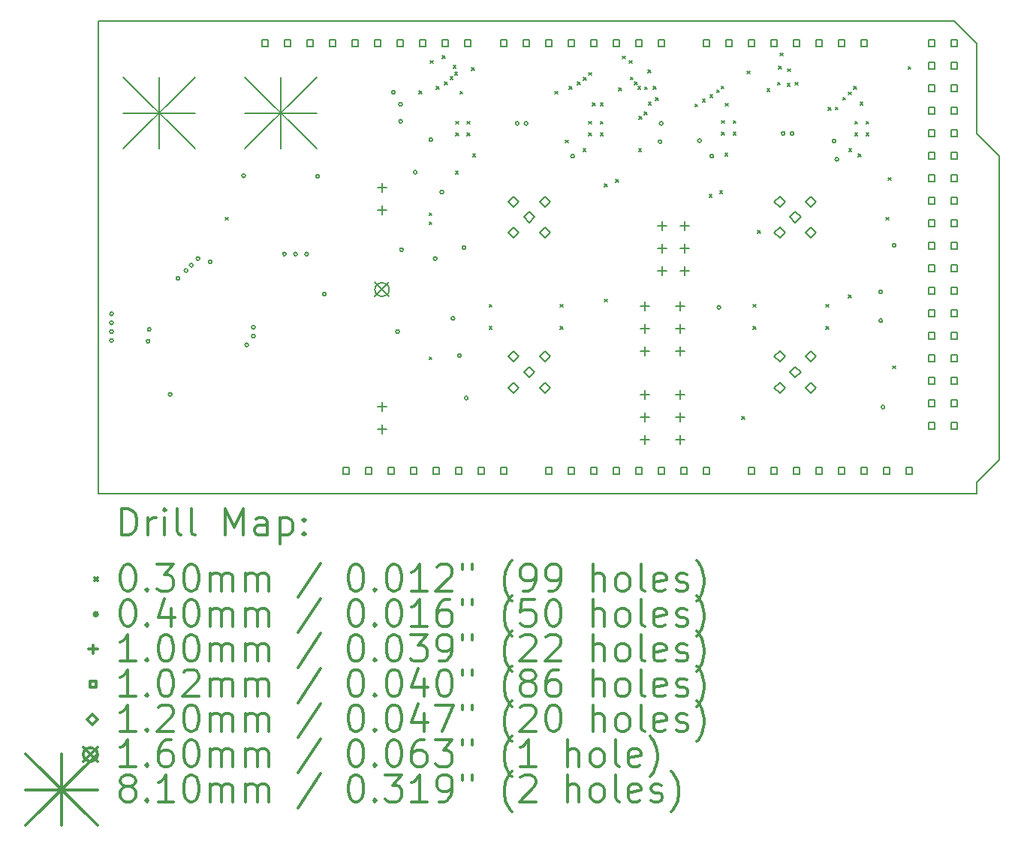
<source format=gbr>
%FSLAX45Y45*%
G04 Gerber Fmt 4.5, Leading zero omitted, Abs format (unit mm)*
G04 Created by KiCad (PCBNEW 4.0.7) date 12/07/17 00:39:20*
%MOMM*%
%LPD*%
G01*
G04 APERTURE LIST*
%ADD10C,0.127000*%
%ADD11C,0.150000*%
%ADD12C,0.200000*%
%ADD13C,0.300000*%
G04 APERTURE END LIST*
D10*
D11*
X20243800Y-7086600D02*
X20243800Y-8102600D01*
X20497800Y-11785600D02*
X20243800Y-12039600D01*
X20497800Y-8356600D02*
X20497800Y-11785600D01*
X20243800Y-8102600D02*
X20497800Y-8356600D01*
X19989800Y-6832600D02*
X20243800Y-7086600D01*
X20243800Y-12039600D02*
X20243800Y-12166600D01*
X10337800Y-12166600D02*
X10337800Y-6832600D01*
X20243800Y-12166600D02*
X10337800Y-12166600D01*
X10337800Y-6832600D02*
X19989800Y-6832600D01*
D12*
X11772801Y-9051600D02*
X11802801Y-9081600D01*
X11802801Y-9051600D02*
X11772801Y-9081600D01*
X13957800Y-7626601D02*
X13987800Y-7656601D01*
X13987800Y-7626601D02*
X13957800Y-7656601D01*
X14072800Y-9001600D02*
X14102800Y-9031600D01*
X14102800Y-9001600D02*
X14072800Y-9031600D01*
X14072800Y-9101600D02*
X14102800Y-9131600D01*
X14102800Y-9101600D02*
X14072800Y-9131600D01*
X14072800Y-10626600D02*
X14102800Y-10656600D01*
X14102800Y-10626600D02*
X14072800Y-10656600D01*
X14082800Y-7281600D02*
X14112800Y-7311600D01*
X14112800Y-7281600D02*
X14082800Y-7311600D01*
X14152576Y-7574099D02*
X14182576Y-7604099D01*
X14182576Y-7574099D02*
X14152576Y-7604099D01*
X14217800Y-7229099D02*
X14247800Y-7259099D01*
X14247800Y-7229099D02*
X14217800Y-7259099D01*
X14242800Y-7521600D02*
X14272800Y-7551600D01*
X14272800Y-7521600D02*
X14242800Y-7551600D01*
X14307499Y-7466600D02*
X14337499Y-7496600D01*
X14337499Y-7466600D02*
X14307499Y-7496600D01*
X14342800Y-7336600D02*
X14372800Y-7366600D01*
X14372800Y-7336600D02*
X14342800Y-7366600D01*
X14357800Y-7414099D02*
X14387800Y-7444099D01*
X14387800Y-7414099D02*
X14357800Y-7444099D01*
X14368812Y-8531089D02*
X14398812Y-8561089D01*
X14398812Y-8531089D02*
X14368812Y-8561089D01*
X14370000Y-7970000D02*
X14400000Y-8000000D01*
X14400000Y-7970000D02*
X14370000Y-8000000D01*
X14370000Y-8100000D02*
X14400000Y-8130000D01*
X14400000Y-8100000D02*
X14370000Y-8130000D01*
X14417800Y-7629103D02*
X14447800Y-7659103D01*
X14447800Y-7629103D02*
X14417800Y-7659103D01*
X14500000Y-7970000D02*
X14530000Y-8000000D01*
X14530000Y-7970000D02*
X14500000Y-8000000D01*
X14500000Y-8100000D02*
X14530000Y-8130000D01*
X14530000Y-8100000D02*
X14500000Y-8130000D01*
X14547800Y-7364097D02*
X14577800Y-7394097D01*
X14577800Y-7364097D02*
X14547800Y-7394097D01*
X14561079Y-8338821D02*
X14591079Y-8368821D01*
X14591079Y-8338821D02*
X14561079Y-8368821D01*
X14747800Y-10035000D02*
X14777800Y-10065000D01*
X14777800Y-10035000D02*
X14747800Y-10065000D01*
X14747800Y-10284800D02*
X14777800Y-10314800D01*
X14777800Y-10284800D02*
X14747800Y-10314800D01*
X15487732Y-7629103D02*
X15517732Y-7659103D01*
X15517732Y-7629103D02*
X15487732Y-7659103D01*
X15547800Y-10035000D02*
X15577800Y-10065000D01*
X15577800Y-10035000D02*
X15547800Y-10065000D01*
X15547800Y-10285000D02*
X15577800Y-10315000D01*
X15577800Y-10285000D02*
X15547800Y-10315000D01*
X15607800Y-8181600D02*
X15637800Y-8211600D01*
X15637800Y-8181600D02*
X15607800Y-8211600D01*
X15647800Y-7576602D02*
X15677800Y-7606602D01*
X15677800Y-7576602D02*
X15647800Y-7606602D01*
X15742800Y-7524101D02*
X15772800Y-7554101D01*
X15772800Y-7524101D02*
X15742800Y-7554101D01*
X15805240Y-8276882D02*
X15835240Y-8306882D01*
X15835240Y-8276882D02*
X15805240Y-8306882D01*
X15812800Y-7471600D02*
X15842800Y-7501600D01*
X15842800Y-7471600D02*
X15812800Y-7501600D01*
X15867800Y-7419099D02*
X15897800Y-7449099D01*
X15897800Y-7419099D02*
X15867800Y-7449099D01*
X15870000Y-7970000D02*
X15900000Y-8000000D01*
X15900000Y-7970000D02*
X15870000Y-8000000D01*
X15870000Y-8100000D02*
X15900000Y-8130000D01*
X15900000Y-8100000D02*
X15870000Y-8130000D01*
X15912800Y-7761600D02*
X15942800Y-7791600D01*
X15942800Y-7761600D02*
X15912800Y-7791600D01*
X15912800Y-7761600D02*
X15942800Y-7791600D01*
X15942800Y-7761600D02*
X15912800Y-7791600D01*
X16000000Y-7970000D02*
X16030000Y-8000000D01*
X16030000Y-7970000D02*
X16000000Y-8000000D01*
X16000000Y-8100000D02*
X16030000Y-8130000D01*
X16030000Y-8100000D02*
X16000000Y-8130000D01*
X16002800Y-7761600D02*
X16032800Y-7791600D01*
X16032800Y-7761600D02*
X16002800Y-7791600D01*
X16047800Y-8676600D02*
X16077800Y-8706600D01*
X16077800Y-8676600D02*
X16047800Y-8706600D01*
X16047800Y-9976600D02*
X16077800Y-10006600D01*
X16077800Y-9976600D02*
X16047800Y-10006600D01*
X16172800Y-8624099D02*
X16202800Y-8654099D01*
X16202800Y-8624099D02*
X16172800Y-8654099D01*
X16209924Y-7589477D02*
X16239924Y-7619477D01*
X16239924Y-7589477D02*
X16209924Y-7619477D01*
X16252800Y-7231600D02*
X16282800Y-7261600D01*
X16282800Y-7231600D02*
X16252800Y-7261600D01*
X16328605Y-7281080D02*
X16358605Y-7311080D01*
X16358605Y-7281080D02*
X16328605Y-7311080D01*
X16340468Y-7469099D02*
X16370468Y-7499099D01*
X16370468Y-7469099D02*
X16340468Y-7499099D01*
X16387800Y-7521600D02*
X16417800Y-7551600D01*
X16417800Y-7521600D02*
X16387800Y-7551600D01*
X16422801Y-7576600D02*
X16452801Y-7606600D01*
X16452801Y-7576600D02*
X16422801Y-7606600D01*
X16432800Y-8276600D02*
X16462800Y-8306600D01*
X16462800Y-8276600D02*
X16432800Y-8306600D01*
X16437800Y-7912904D02*
X16467800Y-7942904D01*
X16467800Y-7912904D02*
X16437800Y-7942904D01*
X16497798Y-7860404D02*
X16527798Y-7890404D01*
X16527798Y-7860404D02*
X16497798Y-7890404D01*
X16501700Y-7580502D02*
X16531700Y-7610502D01*
X16531700Y-7580502D02*
X16501700Y-7610502D01*
X16539072Y-7386081D02*
X16569072Y-7416081D01*
X16569072Y-7386081D02*
X16539072Y-7416081D01*
X16542799Y-7752251D02*
X16572799Y-7782251D01*
X16572799Y-7752251D02*
X16542799Y-7782251D01*
X16597800Y-7576600D02*
X16627800Y-7606600D01*
X16627800Y-7576600D02*
X16597800Y-7606600D01*
X16623316Y-7700229D02*
X16653316Y-7730229D01*
X16653316Y-7700229D02*
X16623316Y-7730229D01*
X17067800Y-7771611D02*
X17097800Y-7801611D01*
X17097800Y-7771611D02*
X17067800Y-7801611D01*
X17152800Y-7719110D02*
X17182800Y-7749110D01*
X17182800Y-7719110D02*
X17152800Y-7749110D01*
X17227800Y-8791599D02*
X17257800Y-8821599D01*
X17257800Y-8791599D02*
X17227800Y-8821599D01*
X17238660Y-7666609D02*
X17268660Y-7696609D01*
X17268660Y-7666609D02*
X17238660Y-7696609D01*
X17312028Y-7614108D02*
X17342028Y-7644108D01*
X17342028Y-7614108D02*
X17312028Y-7644108D01*
X17347800Y-8751601D02*
X17377800Y-8781601D01*
X17377800Y-8751601D02*
X17347800Y-8781601D01*
X17366144Y-7569107D02*
X17396144Y-7599107D01*
X17396144Y-7569107D02*
X17366144Y-7599107D01*
X17370000Y-7960000D02*
X17400000Y-7990000D01*
X17400000Y-7960000D02*
X17370000Y-7990000D01*
X17370000Y-8090000D02*
X17400000Y-8120000D01*
X17400000Y-8090000D02*
X17370000Y-8120000D01*
X17407499Y-8326612D02*
X17437499Y-8356612D01*
X17437499Y-8326612D02*
X17407499Y-8356612D01*
X17411438Y-7764112D02*
X17441438Y-7794112D01*
X17441438Y-7764112D02*
X17411438Y-7794112D01*
X17500000Y-7960000D02*
X17530000Y-7990000D01*
X17530000Y-7960000D02*
X17500000Y-7990000D01*
X17500000Y-8090000D02*
X17530000Y-8120000D01*
X17530000Y-8090000D02*
X17500000Y-8120000D01*
X17597800Y-11301601D02*
X17627800Y-11331601D01*
X17627800Y-11301601D02*
X17597800Y-11331601D01*
X17657800Y-7401600D02*
X17687800Y-7431600D01*
X17687800Y-7401600D02*
X17657800Y-7431600D01*
X17722800Y-10035000D02*
X17752800Y-10065000D01*
X17752800Y-10035000D02*
X17722800Y-10065000D01*
X17722800Y-10285000D02*
X17752800Y-10315000D01*
X17752800Y-10285000D02*
X17722800Y-10315000D01*
X17772800Y-9201600D02*
X17802800Y-9231600D01*
X17802800Y-9201600D02*
X17772800Y-9231600D01*
X17882800Y-7601600D02*
X17912800Y-7631600D01*
X17912800Y-7601600D02*
X17882800Y-7631600D01*
X17997801Y-7526600D02*
X18027801Y-7556600D01*
X18027801Y-7526600D02*
X17997801Y-7556600D01*
X18012800Y-7348204D02*
X18042800Y-7378204D01*
X18042800Y-7348204D02*
X18012800Y-7378204D01*
X18027800Y-7196598D02*
X18057800Y-7226598D01*
X18057800Y-7196598D02*
X18027800Y-7226598D01*
X18107800Y-7541600D02*
X18137800Y-7571600D01*
X18137800Y-7541600D02*
X18107800Y-7571600D01*
X18114923Y-7374475D02*
X18144923Y-7404475D01*
X18144923Y-7374475D02*
X18114923Y-7404475D01*
X18197800Y-7526600D02*
X18227800Y-7556600D01*
X18227800Y-7526600D02*
X18197800Y-7556600D01*
X18547800Y-10035000D02*
X18577800Y-10065000D01*
X18577800Y-10035000D02*
X18547800Y-10065000D01*
X18547800Y-10285000D02*
X18577800Y-10315000D01*
X18577800Y-10285000D02*
X18547800Y-10315000D01*
X18572800Y-7811600D02*
X18602800Y-7841600D01*
X18602800Y-7811600D02*
X18572800Y-7841600D01*
X18650703Y-7809101D02*
X18680703Y-7839101D01*
X18680703Y-7809101D02*
X18650703Y-7839101D01*
X18737800Y-7696600D02*
X18767800Y-7726600D01*
X18767800Y-7696600D02*
X18737800Y-7726600D01*
X18797800Y-7636600D02*
X18827800Y-7666600D01*
X18827800Y-7636600D02*
X18797800Y-7666600D01*
X18797800Y-9926600D02*
X18827800Y-9956600D01*
X18827800Y-9926600D02*
X18797800Y-9956600D01*
X18805241Y-8276882D02*
X18835241Y-8306882D01*
X18835241Y-8276882D02*
X18805241Y-8306882D01*
X18857800Y-7576600D02*
X18887800Y-7606600D01*
X18887800Y-7576600D02*
X18857800Y-7606600D01*
X18870000Y-7970000D02*
X18900000Y-8000000D01*
X18900000Y-7970000D02*
X18870000Y-8000000D01*
X18870000Y-8100000D02*
X18900000Y-8130000D01*
X18900000Y-8100000D02*
X18870000Y-8130000D01*
X18907800Y-8336600D02*
X18937800Y-8366600D01*
X18937800Y-8336600D02*
X18907800Y-8366600D01*
X18930900Y-7751600D02*
X18960900Y-7781600D01*
X18960900Y-7751600D02*
X18930900Y-7781600D01*
X19000000Y-7970000D02*
X19030000Y-8000000D01*
X19030000Y-7970000D02*
X19000000Y-8000000D01*
X19000000Y-8100000D02*
X19030000Y-8130000D01*
X19030000Y-8100000D02*
X19000000Y-8130000D01*
X19222800Y-9051601D02*
X19252800Y-9081601D01*
X19252800Y-9051601D02*
X19222800Y-9081601D01*
X19247800Y-8601600D02*
X19277800Y-8631600D01*
X19277800Y-8601600D02*
X19247800Y-8631600D01*
X19297800Y-10726600D02*
X19327800Y-10756600D01*
X19327800Y-10726600D02*
X19297800Y-10756600D01*
X19472800Y-7351601D02*
X19502800Y-7381601D01*
X19502800Y-7351601D02*
X19472800Y-7381601D01*
X10507800Y-10141600D02*
G75*
G03X10507800Y-10141600I-20000J0D01*
G01*
X10507800Y-10241600D02*
G75*
G03X10507800Y-10241600I-20000J0D01*
G01*
X10507800Y-10341600D02*
G75*
G03X10507800Y-10341600I-20000J0D01*
G01*
X10507800Y-10441600D02*
G75*
G03X10507800Y-10441600I-20000J0D01*
G01*
X10920000Y-10450000D02*
G75*
G03X10920000Y-10450000I-20000J0D01*
G01*
X10932800Y-10316600D02*
G75*
G03X10932800Y-10316600I-20000J0D01*
G01*
X11170000Y-11050000D02*
G75*
G03X11170000Y-11050000I-20000J0D01*
G01*
X11257804Y-9741600D02*
G75*
G03X11257804Y-9741600I-20000J0D01*
G01*
X11348400Y-9652000D02*
G75*
G03X11348400Y-9652000I-20000J0D01*
G01*
X11407800Y-9591598D02*
G75*
G03X11407800Y-9591598I-20000J0D01*
G01*
X11482800Y-9516599D02*
G75*
G03X11482800Y-9516599I-20000J0D01*
G01*
X11620322Y-9554067D02*
G75*
G03X11620322Y-9554067I-20000J0D01*
G01*
X11997800Y-8581600D02*
G75*
G03X11997800Y-8581600I-20000J0D01*
G01*
X12032800Y-10491600D02*
G75*
G03X12032800Y-10491600I-20000J0D01*
G01*
X12107800Y-10291600D02*
G75*
G03X12107800Y-10291600I-20000J0D01*
G01*
X12107800Y-10391600D02*
G75*
G03X12107800Y-10391600I-20000J0D01*
G01*
X12457800Y-9466600D02*
G75*
G03X12457800Y-9466600I-20000J0D01*
G01*
X12582800Y-9466600D02*
G75*
G03X12582800Y-9466600I-20000J0D01*
G01*
X12707800Y-9466600D02*
G75*
G03X12707800Y-9466600I-20000J0D01*
G01*
X12832800Y-8586600D02*
G75*
G03X12832800Y-8586600I-20000J0D01*
G01*
X12907800Y-9916600D02*
G75*
G03X12907800Y-9916600I-20000J0D01*
G01*
X13687800Y-7641600D02*
G75*
G03X13687800Y-7641600I-20000J0D01*
G01*
X13732800Y-10341600D02*
G75*
G03X13732800Y-10341600I-20000J0D01*
G01*
X13767801Y-7776428D02*
G75*
G03X13767801Y-7776428I-20000J0D01*
G01*
X13767801Y-7966601D02*
G75*
G03X13767801Y-7966601I-20000J0D01*
G01*
X13777800Y-9416600D02*
G75*
G03X13777800Y-9416600I-20000J0D01*
G01*
X13932800Y-8541600D02*
G75*
G03X13932800Y-8541600I-20000J0D01*
G01*
X14107800Y-8175000D02*
G75*
G03X14107800Y-8175000I-20000J0D01*
G01*
X14157801Y-9516600D02*
G75*
G03X14157801Y-9516600I-20000J0D01*
G01*
X14232800Y-8766599D02*
G75*
G03X14232800Y-8766599I-20000J0D01*
G01*
X14357800Y-10191600D02*
G75*
G03X14357800Y-10191600I-20000J0D01*
G01*
X14432230Y-10613791D02*
G75*
G03X14432230Y-10613791I-20000J0D01*
G01*
X14482800Y-9391600D02*
G75*
G03X14482800Y-9391600I-20000J0D01*
G01*
X14507800Y-11091600D02*
G75*
G03X14507800Y-11091600I-20000J0D01*
G01*
X15082800Y-7991600D02*
G75*
G03X15082800Y-7991600I-20000J0D01*
G01*
X15182800Y-7991600D02*
G75*
G03X15182800Y-7991600I-20000J0D01*
G01*
X15707800Y-8361600D02*
G75*
G03X15707800Y-8361600I-20000J0D01*
G01*
X16692800Y-8196600D02*
G75*
G03X16692800Y-8196600I-20000J0D01*
G01*
X16707800Y-7991597D02*
G75*
G03X16707800Y-7991597I-20000J0D01*
G01*
X17137800Y-8186600D02*
G75*
G03X17137800Y-8186600I-20000J0D01*
G01*
X17277799Y-8361600D02*
G75*
G03X17277799Y-8361600I-20000J0D01*
G01*
X17357800Y-10066600D02*
G75*
G03X17357800Y-10066600I-20000J0D01*
G01*
X18082800Y-8105000D02*
G75*
G03X18082800Y-8105000I-20000J0D01*
G01*
X18182800Y-8105000D02*
G75*
G03X18182800Y-8105000I-20000J0D01*
G01*
X18657800Y-8191600D02*
G75*
G03X18657800Y-8191600I-20000J0D01*
G01*
X18687800Y-8396600D02*
G75*
G03X18687800Y-8396600I-20000J0D01*
G01*
X19182800Y-9891600D02*
G75*
G03X19182800Y-9891600I-20000J0D01*
G01*
X19182800Y-10216599D02*
G75*
G03X19182800Y-10216599I-20000J0D01*
G01*
X19207800Y-11191600D02*
G75*
G03X19207800Y-11191600I-20000J0D01*
G01*
X19332800Y-9366600D02*
G75*
G03X19332800Y-9366600I-20000J0D01*
G01*
X13537800Y-8662600D02*
X13537800Y-8762600D01*
X13487800Y-8712600D02*
X13587800Y-8712600D01*
X13537800Y-8916600D02*
X13537800Y-9016600D01*
X13487800Y-8966600D02*
X13587800Y-8966600D01*
X13537800Y-11137600D02*
X13537800Y-11237600D01*
X13487800Y-11187600D02*
X13587800Y-11187600D01*
X13537800Y-11391600D02*
X13537800Y-11491600D01*
X13487800Y-11441600D02*
X13587800Y-11441600D01*
X16500000Y-10000000D02*
X16500000Y-10100000D01*
X16450000Y-10050000D02*
X16550000Y-10050000D01*
X16500000Y-10254000D02*
X16500000Y-10354000D01*
X16450000Y-10304000D02*
X16550000Y-10304000D01*
X16500000Y-10508000D02*
X16500000Y-10608000D01*
X16450000Y-10558000D02*
X16550000Y-10558000D01*
X16500000Y-11000000D02*
X16500000Y-11100000D01*
X16450000Y-11050000D02*
X16550000Y-11050000D01*
X16500000Y-11254000D02*
X16500000Y-11354000D01*
X16450000Y-11304000D02*
X16550000Y-11304000D01*
X16500000Y-11508000D02*
X16500000Y-11608000D01*
X16450000Y-11558000D02*
X16550000Y-11558000D01*
X16700500Y-9094000D02*
X16700500Y-9194000D01*
X16650500Y-9144000D02*
X16750500Y-9144000D01*
X16700500Y-9348000D02*
X16700500Y-9448000D01*
X16650500Y-9398000D02*
X16750500Y-9398000D01*
X16700500Y-9602000D02*
X16700500Y-9702000D01*
X16650500Y-9652000D02*
X16750500Y-9652000D01*
X16900000Y-10000000D02*
X16900000Y-10100000D01*
X16850000Y-10050000D02*
X16950000Y-10050000D01*
X16900000Y-10254000D02*
X16900000Y-10354000D01*
X16850000Y-10304000D02*
X16950000Y-10304000D01*
X16900000Y-10508000D02*
X16900000Y-10608000D01*
X16850000Y-10558000D02*
X16950000Y-10558000D01*
X16900000Y-11000000D02*
X16900000Y-11100000D01*
X16850000Y-11050000D02*
X16950000Y-11050000D01*
X16900000Y-11254000D02*
X16900000Y-11354000D01*
X16850000Y-11304000D02*
X16950000Y-11304000D01*
X16900000Y-11508000D02*
X16900000Y-11608000D01*
X16850000Y-11558000D02*
X16950000Y-11558000D01*
X16954500Y-9094000D02*
X16954500Y-9194000D01*
X16904500Y-9144000D02*
X17004500Y-9144000D01*
X16954500Y-9348000D02*
X16954500Y-9448000D01*
X16904500Y-9398000D02*
X17004500Y-9398000D01*
X16954500Y-9602000D02*
X16954500Y-9702000D01*
X16904500Y-9652000D02*
X17004500Y-9652000D01*
X12253321Y-7122521D02*
X12253321Y-7050679D01*
X12181479Y-7050679D01*
X12181479Y-7122521D01*
X12253321Y-7122521D01*
X12507321Y-7122521D02*
X12507321Y-7050679D01*
X12435479Y-7050679D01*
X12435479Y-7122521D01*
X12507321Y-7122521D01*
X12761321Y-7122521D02*
X12761321Y-7050679D01*
X12689479Y-7050679D01*
X12689479Y-7122521D01*
X12761321Y-7122521D01*
X13015321Y-7122521D02*
X13015321Y-7050679D01*
X12943479Y-7050679D01*
X12943479Y-7122521D01*
X13015321Y-7122521D01*
X13167721Y-11948521D02*
X13167721Y-11876679D01*
X13095879Y-11876679D01*
X13095879Y-11948521D01*
X13167721Y-11948521D01*
X13269321Y-7122521D02*
X13269321Y-7050679D01*
X13197479Y-7050679D01*
X13197479Y-7122521D01*
X13269321Y-7122521D01*
X13421721Y-11948521D02*
X13421721Y-11876679D01*
X13349879Y-11876679D01*
X13349879Y-11948521D01*
X13421721Y-11948521D01*
X13523321Y-7122521D02*
X13523321Y-7050679D01*
X13451479Y-7050679D01*
X13451479Y-7122521D01*
X13523321Y-7122521D01*
X13675721Y-11948521D02*
X13675721Y-11876679D01*
X13603879Y-11876679D01*
X13603879Y-11948521D01*
X13675721Y-11948521D01*
X13777321Y-7122521D02*
X13777321Y-7050679D01*
X13705479Y-7050679D01*
X13705479Y-7122521D01*
X13777321Y-7122521D01*
X13929721Y-11948521D02*
X13929721Y-11876679D01*
X13857879Y-11876679D01*
X13857879Y-11948521D01*
X13929721Y-11948521D01*
X14031321Y-7122521D02*
X14031321Y-7050679D01*
X13959479Y-7050679D01*
X13959479Y-7122521D01*
X14031321Y-7122521D01*
X14183721Y-11948521D02*
X14183721Y-11876679D01*
X14111879Y-11876679D01*
X14111879Y-11948521D01*
X14183721Y-11948521D01*
X14285321Y-7122521D02*
X14285321Y-7050679D01*
X14213479Y-7050679D01*
X14213479Y-7122521D01*
X14285321Y-7122521D01*
X14437721Y-11948521D02*
X14437721Y-11876679D01*
X14365879Y-11876679D01*
X14365879Y-11948521D01*
X14437721Y-11948521D01*
X14539321Y-7122521D02*
X14539321Y-7050679D01*
X14467479Y-7050679D01*
X14467479Y-7122521D01*
X14539321Y-7122521D01*
X14691721Y-11948521D02*
X14691721Y-11876679D01*
X14619879Y-11876679D01*
X14619879Y-11948521D01*
X14691721Y-11948521D01*
X14945721Y-7122521D02*
X14945721Y-7050679D01*
X14873879Y-7050679D01*
X14873879Y-7122521D01*
X14945721Y-7122521D01*
X14945721Y-11948521D02*
X14945721Y-11876679D01*
X14873879Y-11876679D01*
X14873879Y-11948521D01*
X14945721Y-11948521D01*
X15199721Y-7122521D02*
X15199721Y-7050679D01*
X15127879Y-7050679D01*
X15127879Y-7122521D01*
X15199721Y-7122521D01*
X15453721Y-7122521D02*
X15453721Y-7050679D01*
X15381879Y-7050679D01*
X15381879Y-7122521D01*
X15453721Y-7122521D01*
X15453721Y-11948521D02*
X15453721Y-11876679D01*
X15381879Y-11876679D01*
X15381879Y-11948521D01*
X15453721Y-11948521D01*
X15707721Y-7122521D02*
X15707721Y-7050679D01*
X15635879Y-7050679D01*
X15635879Y-7122521D01*
X15707721Y-7122521D01*
X15707721Y-11948521D02*
X15707721Y-11876679D01*
X15635879Y-11876679D01*
X15635879Y-11948521D01*
X15707721Y-11948521D01*
X15961721Y-7122521D02*
X15961721Y-7050679D01*
X15889879Y-7050679D01*
X15889879Y-7122521D01*
X15961721Y-7122521D01*
X15961721Y-11948521D02*
X15961721Y-11876679D01*
X15889879Y-11876679D01*
X15889879Y-11948521D01*
X15961721Y-11948521D01*
X16215721Y-7122521D02*
X16215721Y-7050679D01*
X16143879Y-7050679D01*
X16143879Y-7122521D01*
X16215721Y-7122521D01*
X16215721Y-11948521D02*
X16215721Y-11876679D01*
X16143879Y-11876679D01*
X16143879Y-11948521D01*
X16215721Y-11948521D01*
X16469721Y-7122521D02*
X16469721Y-7050679D01*
X16397879Y-7050679D01*
X16397879Y-7122521D01*
X16469721Y-7122521D01*
X16469721Y-11948521D02*
X16469721Y-11876679D01*
X16397879Y-11876679D01*
X16397879Y-11948521D01*
X16469721Y-11948521D01*
X16723721Y-7122521D02*
X16723721Y-7050679D01*
X16651879Y-7050679D01*
X16651879Y-7122521D01*
X16723721Y-7122521D01*
X16723721Y-11948521D02*
X16723721Y-11876679D01*
X16651879Y-11876679D01*
X16651879Y-11948521D01*
X16723721Y-11948521D01*
X16977721Y-11948521D02*
X16977721Y-11876679D01*
X16905879Y-11876679D01*
X16905879Y-11948521D01*
X16977721Y-11948521D01*
X17231721Y-7122521D02*
X17231721Y-7050679D01*
X17159879Y-7050679D01*
X17159879Y-7122521D01*
X17231721Y-7122521D01*
X17231721Y-11948521D02*
X17231721Y-11876679D01*
X17159879Y-11876679D01*
X17159879Y-11948521D01*
X17231721Y-11948521D01*
X17485721Y-7122521D02*
X17485721Y-7050679D01*
X17413879Y-7050679D01*
X17413879Y-7122521D01*
X17485721Y-7122521D01*
X17739721Y-7122521D02*
X17739721Y-7050679D01*
X17667879Y-7050679D01*
X17667879Y-7122521D01*
X17739721Y-7122521D01*
X17739721Y-11948521D02*
X17739721Y-11876679D01*
X17667879Y-11876679D01*
X17667879Y-11948521D01*
X17739721Y-11948521D01*
X17993721Y-7122521D02*
X17993721Y-7050679D01*
X17921879Y-7050679D01*
X17921879Y-7122521D01*
X17993721Y-7122521D01*
X17993721Y-11948521D02*
X17993721Y-11876679D01*
X17921879Y-11876679D01*
X17921879Y-11948521D01*
X17993721Y-11948521D01*
X18247721Y-7122521D02*
X18247721Y-7050679D01*
X18175879Y-7050679D01*
X18175879Y-7122521D01*
X18247721Y-7122521D01*
X18247721Y-11948521D02*
X18247721Y-11876679D01*
X18175879Y-11876679D01*
X18175879Y-11948521D01*
X18247721Y-11948521D01*
X18501721Y-7122521D02*
X18501721Y-7050679D01*
X18429879Y-7050679D01*
X18429879Y-7122521D01*
X18501721Y-7122521D01*
X18501721Y-11948521D02*
X18501721Y-11876679D01*
X18429879Y-11876679D01*
X18429879Y-11948521D01*
X18501721Y-11948521D01*
X18755721Y-7122521D02*
X18755721Y-7050679D01*
X18683879Y-7050679D01*
X18683879Y-7122521D01*
X18755721Y-7122521D01*
X18755721Y-11948521D02*
X18755721Y-11876679D01*
X18683879Y-11876679D01*
X18683879Y-11948521D01*
X18755721Y-11948521D01*
X19009721Y-7122521D02*
X19009721Y-7050679D01*
X18937879Y-7050679D01*
X18937879Y-7122521D01*
X19009721Y-7122521D01*
X19009721Y-11948521D02*
X19009721Y-11876679D01*
X18937879Y-11876679D01*
X18937879Y-11948521D01*
X19009721Y-11948521D01*
X19263721Y-11948521D02*
X19263721Y-11876679D01*
X19191879Y-11876679D01*
X19191879Y-11948521D01*
X19263721Y-11948521D01*
X19517721Y-11948521D02*
X19517721Y-11876679D01*
X19445879Y-11876679D01*
X19445879Y-11948521D01*
X19517721Y-11948521D01*
X19771721Y-7122521D02*
X19771721Y-7050679D01*
X19699879Y-7050679D01*
X19699879Y-7122521D01*
X19771721Y-7122521D01*
X19771721Y-7376521D02*
X19771721Y-7304679D01*
X19699879Y-7304679D01*
X19699879Y-7376521D01*
X19771721Y-7376521D01*
X19771721Y-7630521D02*
X19771721Y-7558679D01*
X19699879Y-7558679D01*
X19699879Y-7630521D01*
X19771721Y-7630521D01*
X19771721Y-7884521D02*
X19771721Y-7812679D01*
X19699879Y-7812679D01*
X19699879Y-7884521D01*
X19771721Y-7884521D01*
X19771721Y-8138521D02*
X19771721Y-8066679D01*
X19699879Y-8066679D01*
X19699879Y-8138521D01*
X19771721Y-8138521D01*
X19771721Y-8392521D02*
X19771721Y-8320679D01*
X19699879Y-8320679D01*
X19699879Y-8392521D01*
X19771721Y-8392521D01*
X19771721Y-8646521D02*
X19771721Y-8574679D01*
X19699879Y-8574679D01*
X19699879Y-8646521D01*
X19771721Y-8646521D01*
X19771721Y-8900521D02*
X19771721Y-8828679D01*
X19699879Y-8828679D01*
X19699879Y-8900521D01*
X19771721Y-8900521D01*
X19771721Y-9154521D02*
X19771721Y-9082679D01*
X19699879Y-9082679D01*
X19699879Y-9154521D01*
X19771721Y-9154521D01*
X19771721Y-9408521D02*
X19771721Y-9336679D01*
X19699879Y-9336679D01*
X19699879Y-9408521D01*
X19771721Y-9408521D01*
X19771721Y-9662521D02*
X19771721Y-9590679D01*
X19699879Y-9590679D01*
X19699879Y-9662521D01*
X19771721Y-9662521D01*
X19771721Y-9916521D02*
X19771721Y-9844679D01*
X19699879Y-9844679D01*
X19699879Y-9916521D01*
X19771721Y-9916521D01*
X19771721Y-10170521D02*
X19771721Y-10098679D01*
X19699879Y-10098679D01*
X19699879Y-10170521D01*
X19771721Y-10170521D01*
X19771721Y-10424521D02*
X19771721Y-10352679D01*
X19699879Y-10352679D01*
X19699879Y-10424521D01*
X19771721Y-10424521D01*
X19771721Y-10678521D02*
X19771721Y-10606679D01*
X19699879Y-10606679D01*
X19699879Y-10678521D01*
X19771721Y-10678521D01*
X19771721Y-10932521D02*
X19771721Y-10860679D01*
X19699879Y-10860679D01*
X19699879Y-10932521D01*
X19771721Y-10932521D01*
X19771721Y-11186521D02*
X19771721Y-11114679D01*
X19699879Y-11114679D01*
X19699879Y-11186521D01*
X19771721Y-11186521D01*
X19771721Y-11440521D02*
X19771721Y-11368679D01*
X19699879Y-11368679D01*
X19699879Y-11440521D01*
X19771721Y-11440521D01*
X20025721Y-7122521D02*
X20025721Y-7050679D01*
X19953879Y-7050679D01*
X19953879Y-7122521D01*
X20025721Y-7122521D01*
X20025721Y-7376521D02*
X20025721Y-7304679D01*
X19953879Y-7304679D01*
X19953879Y-7376521D01*
X20025721Y-7376521D01*
X20025721Y-7630521D02*
X20025721Y-7558679D01*
X19953879Y-7558679D01*
X19953879Y-7630521D01*
X20025721Y-7630521D01*
X20025721Y-7884521D02*
X20025721Y-7812679D01*
X19953879Y-7812679D01*
X19953879Y-7884521D01*
X20025721Y-7884521D01*
X20025721Y-8138521D02*
X20025721Y-8066679D01*
X19953879Y-8066679D01*
X19953879Y-8138521D01*
X20025721Y-8138521D01*
X20025721Y-8392521D02*
X20025721Y-8320679D01*
X19953879Y-8320679D01*
X19953879Y-8392521D01*
X20025721Y-8392521D01*
X20025721Y-8646521D02*
X20025721Y-8574679D01*
X19953879Y-8574679D01*
X19953879Y-8646521D01*
X20025721Y-8646521D01*
X20025721Y-8900521D02*
X20025721Y-8828679D01*
X19953879Y-8828679D01*
X19953879Y-8900521D01*
X20025721Y-8900521D01*
X20025721Y-9154521D02*
X20025721Y-9082679D01*
X19953879Y-9082679D01*
X19953879Y-9154521D01*
X20025721Y-9154521D01*
X20025721Y-9408521D02*
X20025721Y-9336679D01*
X19953879Y-9336679D01*
X19953879Y-9408521D01*
X20025721Y-9408521D01*
X20025721Y-9662521D02*
X20025721Y-9590679D01*
X19953879Y-9590679D01*
X19953879Y-9662521D01*
X20025721Y-9662521D01*
X20025721Y-9916521D02*
X20025721Y-9844679D01*
X19953879Y-9844679D01*
X19953879Y-9916521D01*
X20025721Y-9916521D01*
X20025721Y-10170521D02*
X20025721Y-10098679D01*
X19953879Y-10098679D01*
X19953879Y-10170521D01*
X20025721Y-10170521D01*
X20025721Y-10424521D02*
X20025721Y-10352679D01*
X19953879Y-10352679D01*
X19953879Y-10424521D01*
X20025721Y-10424521D01*
X20025721Y-10678521D02*
X20025721Y-10606679D01*
X19953879Y-10606679D01*
X19953879Y-10678521D01*
X20025721Y-10678521D01*
X20025721Y-10932521D02*
X20025721Y-10860679D01*
X19953879Y-10860679D01*
X19953879Y-10932521D01*
X20025721Y-10932521D01*
X20025721Y-11186521D02*
X20025721Y-11114679D01*
X19953879Y-11114679D01*
X19953879Y-11186521D01*
X20025721Y-11186521D01*
X20025721Y-11440521D02*
X20025721Y-11368679D01*
X19953879Y-11368679D01*
X19953879Y-11440521D01*
X20025721Y-11440521D01*
X15023223Y-8933223D02*
X15083223Y-8873223D01*
X15023223Y-8813223D01*
X14963223Y-8873223D01*
X15023223Y-8933223D01*
X15023223Y-9286777D02*
X15083223Y-9226777D01*
X15023223Y-9166777D01*
X14963223Y-9226777D01*
X15023223Y-9286777D01*
X15023223Y-10683223D02*
X15083223Y-10623223D01*
X15023223Y-10563223D01*
X14963223Y-10623223D01*
X15023223Y-10683223D01*
X15023223Y-11036777D02*
X15083223Y-10976777D01*
X15023223Y-10916777D01*
X14963223Y-10976777D01*
X15023223Y-11036777D01*
X15200000Y-9110000D02*
X15260000Y-9050000D01*
X15200000Y-8990000D01*
X15140000Y-9050000D01*
X15200000Y-9110000D01*
X15200000Y-10860000D02*
X15260000Y-10800000D01*
X15200000Y-10740000D01*
X15140000Y-10800000D01*
X15200000Y-10860000D01*
X15376777Y-8933223D02*
X15436777Y-8873223D01*
X15376777Y-8813223D01*
X15316777Y-8873223D01*
X15376777Y-8933223D01*
X15376777Y-9286777D02*
X15436777Y-9226777D01*
X15376777Y-9166777D01*
X15316777Y-9226777D01*
X15376777Y-9286777D01*
X15376777Y-10683223D02*
X15436777Y-10623223D01*
X15376777Y-10563223D01*
X15316777Y-10623223D01*
X15376777Y-10683223D01*
X15376777Y-11036777D02*
X15436777Y-10976777D01*
X15376777Y-10916777D01*
X15316777Y-10976777D01*
X15376777Y-11036777D01*
X18023223Y-8933223D02*
X18083223Y-8873223D01*
X18023223Y-8813223D01*
X17963223Y-8873223D01*
X18023223Y-8933223D01*
X18023223Y-9286777D02*
X18083223Y-9226777D01*
X18023223Y-9166777D01*
X17963223Y-9226777D01*
X18023223Y-9286777D01*
X18023223Y-10683223D02*
X18083223Y-10623223D01*
X18023223Y-10563223D01*
X17963223Y-10623223D01*
X18023223Y-10683223D01*
X18023223Y-11036777D02*
X18083223Y-10976777D01*
X18023223Y-10916777D01*
X17963223Y-10976777D01*
X18023223Y-11036777D01*
X18200000Y-9110000D02*
X18260000Y-9050000D01*
X18200000Y-8990000D01*
X18140000Y-9050000D01*
X18200000Y-9110000D01*
X18200000Y-10860000D02*
X18260000Y-10800000D01*
X18200000Y-10740000D01*
X18140000Y-10800000D01*
X18200000Y-10860000D01*
X18376777Y-8933223D02*
X18436777Y-8873223D01*
X18376777Y-8813223D01*
X18316777Y-8873223D01*
X18376777Y-8933223D01*
X18376777Y-9286777D02*
X18436777Y-9226777D01*
X18376777Y-9166777D01*
X18316777Y-9226777D01*
X18376777Y-9286777D01*
X18376777Y-10683223D02*
X18436777Y-10623223D01*
X18376777Y-10563223D01*
X18316777Y-10623223D01*
X18376777Y-10683223D01*
X18376777Y-11036777D02*
X18436777Y-10976777D01*
X18376777Y-10916777D01*
X18316777Y-10976777D01*
X18376777Y-11036777D01*
X13457800Y-9786600D02*
X13617800Y-9946600D01*
X13617800Y-9786600D02*
X13457800Y-9946600D01*
X13617800Y-9866600D02*
G75*
G03X13617800Y-9866600I-80000J0D01*
G01*
X10618600Y-7469000D02*
X11428600Y-8279000D01*
X11428600Y-7469000D02*
X10618600Y-8279000D01*
X11023600Y-7469000D02*
X11023600Y-8279000D01*
X10618600Y-7874000D02*
X11428600Y-7874000D01*
X11990200Y-7469000D02*
X12800200Y-8279000D01*
X12800200Y-7469000D02*
X11990200Y-8279000D01*
X12395200Y-7469000D02*
X12395200Y-8279000D01*
X11990200Y-7874000D02*
X12800200Y-7874000D01*
D13*
X10601729Y-12639814D02*
X10601729Y-12339814D01*
X10673157Y-12339814D01*
X10716014Y-12354100D01*
X10744586Y-12382671D01*
X10758871Y-12411243D01*
X10773157Y-12468386D01*
X10773157Y-12511243D01*
X10758871Y-12568386D01*
X10744586Y-12596957D01*
X10716014Y-12625529D01*
X10673157Y-12639814D01*
X10601729Y-12639814D01*
X10901729Y-12639814D02*
X10901729Y-12439814D01*
X10901729Y-12496957D02*
X10916014Y-12468386D01*
X10930300Y-12454100D01*
X10958871Y-12439814D01*
X10987443Y-12439814D01*
X11087443Y-12639814D02*
X11087443Y-12439814D01*
X11087443Y-12339814D02*
X11073157Y-12354100D01*
X11087443Y-12368386D01*
X11101729Y-12354100D01*
X11087443Y-12339814D01*
X11087443Y-12368386D01*
X11273157Y-12639814D02*
X11244586Y-12625529D01*
X11230300Y-12596957D01*
X11230300Y-12339814D01*
X11430300Y-12639814D02*
X11401728Y-12625529D01*
X11387443Y-12596957D01*
X11387443Y-12339814D01*
X11773157Y-12639814D02*
X11773157Y-12339814D01*
X11873157Y-12554100D01*
X11973157Y-12339814D01*
X11973157Y-12639814D01*
X12244586Y-12639814D02*
X12244586Y-12482671D01*
X12230300Y-12454100D01*
X12201728Y-12439814D01*
X12144586Y-12439814D01*
X12116014Y-12454100D01*
X12244586Y-12625529D02*
X12216014Y-12639814D01*
X12144586Y-12639814D01*
X12116014Y-12625529D01*
X12101728Y-12596957D01*
X12101728Y-12568386D01*
X12116014Y-12539814D01*
X12144586Y-12525529D01*
X12216014Y-12525529D01*
X12244586Y-12511243D01*
X12387443Y-12439814D02*
X12387443Y-12739814D01*
X12387443Y-12454100D02*
X12416014Y-12439814D01*
X12473157Y-12439814D01*
X12501728Y-12454100D01*
X12516014Y-12468386D01*
X12530300Y-12496957D01*
X12530300Y-12582671D01*
X12516014Y-12611243D01*
X12501728Y-12625529D01*
X12473157Y-12639814D01*
X12416014Y-12639814D01*
X12387443Y-12625529D01*
X12658871Y-12611243D02*
X12673157Y-12625529D01*
X12658871Y-12639814D01*
X12644586Y-12625529D01*
X12658871Y-12611243D01*
X12658871Y-12639814D01*
X12658871Y-12454100D02*
X12673157Y-12468386D01*
X12658871Y-12482671D01*
X12644586Y-12468386D01*
X12658871Y-12454100D01*
X12658871Y-12482671D01*
X10300300Y-13119100D02*
X10330300Y-13149100D01*
X10330300Y-13119100D02*
X10300300Y-13149100D01*
X10658871Y-12969814D02*
X10687443Y-12969814D01*
X10716014Y-12984100D01*
X10730300Y-12998386D01*
X10744586Y-13026957D01*
X10758871Y-13084100D01*
X10758871Y-13155529D01*
X10744586Y-13212671D01*
X10730300Y-13241243D01*
X10716014Y-13255529D01*
X10687443Y-13269814D01*
X10658871Y-13269814D01*
X10630300Y-13255529D01*
X10616014Y-13241243D01*
X10601729Y-13212671D01*
X10587443Y-13155529D01*
X10587443Y-13084100D01*
X10601729Y-13026957D01*
X10616014Y-12998386D01*
X10630300Y-12984100D01*
X10658871Y-12969814D01*
X10887443Y-13241243D02*
X10901729Y-13255529D01*
X10887443Y-13269814D01*
X10873157Y-13255529D01*
X10887443Y-13241243D01*
X10887443Y-13269814D01*
X11001728Y-12969814D02*
X11187443Y-12969814D01*
X11087443Y-13084100D01*
X11130300Y-13084100D01*
X11158871Y-13098386D01*
X11173157Y-13112671D01*
X11187443Y-13141243D01*
X11187443Y-13212671D01*
X11173157Y-13241243D01*
X11158871Y-13255529D01*
X11130300Y-13269814D01*
X11044586Y-13269814D01*
X11016014Y-13255529D01*
X11001728Y-13241243D01*
X11373157Y-12969814D02*
X11401728Y-12969814D01*
X11430300Y-12984100D01*
X11444586Y-12998386D01*
X11458871Y-13026957D01*
X11473157Y-13084100D01*
X11473157Y-13155529D01*
X11458871Y-13212671D01*
X11444586Y-13241243D01*
X11430300Y-13255529D01*
X11401728Y-13269814D01*
X11373157Y-13269814D01*
X11344586Y-13255529D01*
X11330300Y-13241243D01*
X11316014Y-13212671D01*
X11301728Y-13155529D01*
X11301728Y-13084100D01*
X11316014Y-13026957D01*
X11330300Y-12998386D01*
X11344586Y-12984100D01*
X11373157Y-12969814D01*
X11601728Y-13269814D02*
X11601728Y-13069814D01*
X11601728Y-13098386D02*
X11616014Y-13084100D01*
X11644586Y-13069814D01*
X11687443Y-13069814D01*
X11716014Y-13084100D01*
X11730300Y-13112671D01*
X11730300Y-13269814D01*
X11730300Y-13112671D02*
X11744586Y-13084100D01*
X11773157Y-13069814D01*
X11816014Y-13069814D01*
X11844586Y-13084100D01*
X11858871Y-13112671D01*
X11858871Y-13269814D01*
X12001728Y-13269814D02*
X12001728Y-13069814D01*
X12001728Y-13098386D02*
X12016014Y-13084100D01*
X12044586Y-13069814D01*
X12087443Y-13069814D01*
X12116014Y-13084100D01*
X12130300Y-13112671D01*
X12130300Y-13269814D01*
X12130300Y-13112671D02*
X12144586Y-13084100D01*
X12173157Y-13069814D01*
X12216014Y-13069814D01*
X12244586Y-13084100D01*
X12258871Y-13112671D01*
X12258871Y-13269814D01*
X12844586Y-12955529D02*
X12587443Y-13341243D01*
X13230300Y-12969814D02*
X13258871Y-12969814D01*
X13287443Y-12984100D01*
X13301728Y-12998386D01*
X13316014Y-13026957D01*
X13330300Y-13084100D01*
X13330300Y-13155529D01*
X13316014Y-13212671D01*
X13301728Y-13241243D01*
X13287443Y-13255529D01*
X13258871Y-13269814D01*
X13230300Y-13269814D01*
X13201728Y-13255529D01*
X13187443Y-13241243D01*
X13173157Y-13212671D01*
X13158871Y-13155529D01*
X13158871Y-13084100D01*
X13173157Y-13026957D01*
X13187443Y-12998386D01*
X13201728Y-12984100D01*
X13230300Y-12969814D01*
X13458871Y-13241243D02*
X13473157Y-13255529D01*
X13458871Y-13269814D01*
X13444586Y-13255529D01*
X13458871Y-13241243D01*
X13458871Y-13269814D01*
X13658871Y-12969814D02*
X13687443Y-12969814D01*
X13716014Y-12984100D01*
X13730300Y-12998386D01*
X13744585Y-13026957D01*
X13758871Y-13084100D01*
X13758871Y-13155529D01*
X13744585Y-13212671D01*
X13730300Y-13241243D01*
X13716014Y-13255529D01*
X13687443Y-13269814D01*
X13658871Y-13269814D01*
X13630300Y-13255529D01*
X13616014Y-13241243D01*
X13601728Y-13212671D01*
X13587443Y-13155529D01*
X13587443Y-13084100D01*
X13601728Y-13026957D01*
X13616014Y-12998386D01*
X13630300Y-12984100D01*
X13658871Y-12969814D01*
X14044585Y-13269814D02*
X13873157Y-13269814D01*
X13958871Y-13269814D02*
X13958871Y-12969814D01*
X13930300Y-13012671D01*
X13901728Y-13041243D01*
X13873157Y-13055529D01*
X14158871Y-12998386D02*
X14173157Y-12984100D01*
X14201728Y-12969814D01*
X14273157Y-12969814D01*
X14301728Y-12984100D01*
X14316014Y-12998386D01*
X14330300Y-13026957D01*
X14330300Y-13055529D01*
X14316014Y-13098386D01*
X14144585Y-13269814D01*
X14330300Y-13269814D01*
X14444586Y-12969814D02*
X14444586Y-13026957D01*
X14558871Y-12969814D02*
X14558871Y-13026957D01*
X15001728Y-13384100D02*
X14987443Y-13369814D01*
X14958871Y-13326957D01*
X14944585Y-13298386D01*
X14930300Y-13255529D01*
X14916014Y-13184100D01*
X14916014Y-13126957D01*
X14930300Y-13055529D01*
X14944585Y-13012671D01*
X14958871Y-12984100D01*
X14987443Y-12941243D01*
X15001728Y-12926957D01*
X15130300Y-13269814D02*
X15187443Y-13269814D01*
X15216014Y-13255529D01*
X15230300Y-13241243D01*
X15258871Y-13198386D01*
X15273157Y-13141243D01*
X15273157Y-13026957D01*
X15258871Y-12998386D01*
X15244585Y-12984100D01*
X15216014Y-12969814D01*
X15158871Y-12969814D01*
X15130300Y-12984100D01*
X15116014Y-12998386D01*
X15101728Y-13026957D01*
X15101728Y-13098386D01*
X15116014Y-13126957D01*
X15130300Y-13141243D01*
X15158871Y-13155529D01*
X15216014Y-13155529D01*
X15244585Y-13141243D01*
X15258871Y-13126957D01*
X15273157Y-13098386D01*
X15416014Y-13269814D02*
X15473157Y-13269814D01*
X15501728Y-13255529D01*
X15516014Y-13241243D01*
X15544585Y-13198386D01*
X15558871Y-13141243D01*
X15558871Y-13026957D01*
X15544585Y-12998386D01*
X15530300Y-12984100D01*
X15501728Y-12969814D01*
X15444585Y-12969814D01*
X15416014Y-12984100D01*
X15401728Y-12998386D01*
X15387443Y-13026957D01*
X15387443Y-13098386D01*
X15401728Y-13126957D01*
X15416014Y-13141243D01*
X15444585Y-13155529D01*
X15501728Y-13155529D01*
X15530300Y-13141243D01*
X15544585Y-13126957D01*
X15558871Y-13098386D01*
X15916014Y-13269814D02*
X15916014Y-12969814D01*
X16044585Y-13269814D02*
X16044585Y-13112671D01*
X16030300Y-13084100D01*
X16001728Y-13069814D01*
X15958871Y-13069814D01*
X15930300Y-13084100D01*
X15916014Y-13098386D01*
X16230300Y-13269814D02*
X16201728Y-13255529D01*
X16187443Y-13241243D01*
X16173157Y-13212671D01*
X16173157Y-13126957D01*
X16187443Y-13098386D01*
X16201728Y-13084100D01*
X16230300Y-13069814D01*
X16273157Y-13069814D01*
X16301728Y-13084100D01*
X16316014Y-13098386D01*
X16330300Y-13126957D01*
X16330300Y-13212671D01*
X16316014Y-13241243D01*
X16301728Y-13255529D01*
X16273157Y-13269814D01*
X16230300Y-13269814D01*
X16501728Y-13269814D02*
X16473157Y-13255529D01*
X16458871Y-13226957D01*
X16458871Y-12969814D01*
X16730300Y-13255529D02*
X16701728Y-13269814D01*
X16644586Y-13269814D01*
X16616014Y-13255529D01*
X16601728Y-13226957D01*
X16601728Y-13112671D01*
X16616014Y-13084100D01*
X16644586Y-13069814D01*
X16701728Y-13069814D01*
X16730300Y-13084100D01*
X16744586Y-13112671D01*
X16744586Y-13141243D01*
X16601728Y-13169814D01*
X16858871Y-13255529D02*
X16887443Y-13269814D01*
X16944586Y-13269814D01*
X16973157Y-13255529D01*
X16987443Y-13226957D01*
X16987443Y-13212671D01*
X16973157Y-13184100D01*
X16944586Y-13169814D01*
X16901729Y-13169814D01*
X16873157Y-13155529D01*
X16858871Y-13126957D01*
X16858871Y-13112671D01*
X16873157Y-13084100D01*
X16901729Y-13069814D01*
X16944586Y-13069814D01*
X16973157Y-13084100D01*
X17087443Y-13384100D02*
X17101729Y-13369814D01*
X17130300Y-13326957D01*
X17144586Y-13298386D01*
X17158871Y-13255529D01*
X17173157Y-13184100D01*
X17173157Y-13126957D01*
X17158871Y-13055529D01*
X17144586Y-13012671D01*
X17130300Y-12984100D01*
X17101729Y-12941243D01*
X17087443Y-12926957D01*
X10330300Y-13530100D02*
G75*
G03X10330300Y-13530100I-20000J0D01*
G01*
X10658871Y-13365814D02*
X10687443Y-13365814D01*
X10716014Y-13380100D01*
X10730300Y-13394386D01*
X10744586Y-13422957D01*
X10758871Y-13480100D01*
X10758871Y-13551529D01*
X10744586Y-13608671D01*
X10730300Y-13637243D01*
X10716014Y-13651529D01*
X10687443Y-13665814D01*
X10658871Y-13665814D01*
X10630300Y-13651529D01*
X10616014Y-13637243D01*
X10601729Y-13608671D01*
X10587443Y-13551529D01*
X10587443Y-13480100D01*
X10601729Y-13422957D01*
X10616014Y-13394386D01*
X10630300Y-13380100D01*
X10658871Y-13365814D01*
X10887443Y-13637243D02*
X10901729Y-13651529D01*
X10887443Y-13665814D01*
X10873157Y-13651529D01*
X10887443Y-13637243D01*
X10887443Y-13665814D01*
X11158871Y-13465814D02*
X11158871Y-13665814D01*
X11087443Y-13351529D02*
X11016014Y-13565814D01*
X11201728Y-13565814D01*
X11373157Y-13365814D02*
X11401728Y-13365814D01*
X11430300Y-13380100D01*
X11444586Y-13394386D01*
X11458871Y-13422957D01*
X11473157Y-13480100D01*
X11473157Y-13551529D01*
X11458871Y-13608671D01*
X11444586Y-13637243D01*
X11430300Y-13651529D01*
X11401728Y-13665814D01*
X11373157Y-13665814D01*
X11344586Y-13651529D01*
X11330300Y-13637243D01*
X11316014Y-13608671D01*
X11301728Y-13551529D01*
X11301728Y-13480100D01*
X11316014Y-13422957D01*
X11330300Y-13394386D01*
X11344586Y-13380100D01*
X11373157Y-13365814D01*
X11601728Y-13665814D02*
X11601728Y-13465814D01*
X11601728Y-13494386D02*
X11616014Y-13480100D01*
X11644586Y-13465814D01*
X11687443Y-13465814D01*
X11716014Y-13480100D01*
X11730300Y-13508671D01*
X11730300Y-13665814D01*
X11730300Y-13508671D02*
X11744586Y-13480100D01*
X11773157Y-13465814D01*
X11816014Y-13465814D01*
X11844586Y-13480100D01*
X11858871Y-13508671D01*
X11858871Y-13665814D01*
X12001728Y-13665814D02*
X12001728Y-13465814D01*
X12001728Y-13494386D02*
X12016014Y-13480100D01*
X12044586Y-13465814D01*
X12087443Y-13465814D01*
X12116014Y-13480100D01*
X12130300Y-13508671D01*
X12130300Y-13665814D01*
X12130300Y-13508671D02*
X12144586Y-13480100D01*
X12173157Y-13465814D01*
X12216014Y-13465814D01*
X12244586Y-13480100D01*
X12258871Y-13508671D01*
X12258871Y-13665814D01*
X12844586Y-13351529D02*
X12587443Y-13737243D01*
X13230300Y-13365814D02*
X13258871Y-13365814D01*
X13287443Y-13380100D01*
X13301728Y-13394386D01*
X13316014Y-13422957D01*
X13330300Y-13480100D01*
X13330300Y-13551529D01*
X13316014Y-13608671D01*
X13301728Y-13637243D01*
X13287443Y-13651529D01*
X13258871Y-13665814D01*
X13230300Y-13665814D01*
X13201728Y-13651529D01*
X13187443Y-13637243D01*
X13173157Y-13608671D01*
X13158871Y-13551529D01*
X13158871Y-13480100D01*
X13173157Y-13422957D01*
X13187443Y-13394386D01*
X13201728Y-13380100D01*
X13230300Y-13365814D01*
X13458871Y-13637243D02*
X13473157Y-13651529D01*
X13458871Y-13665814D01*
X13444586Y-13651529D01*
X13458871Y-13637243D01*
X13458871Y-13665814D01*
X13658871Y-13365814D02*
X13687443Y-13365814D01*
X13716014Y-13380100D01*
X13730300Y-13394386D01*
X13744585Y-13422957D01*
X13758871Y-13480100D01*
X13758871Y-13551529D01*
X13744585Y-13608671D01*
X13730300Y-13637243D01*
X13716014Y-13651529D01*
X13687443Y-13665814D01*
X13658871Y-13665814D01*
X13630300Y-13651529D01*
X13616014Y-13637243D01*
X13601728Y-13608671D01*
X13587443Y-13551529D01*
X13587443Y-13480100D01*
X13601728Y-13422957D01*
X13616014Y-13394386D01*
X13630300Y-13380100D01*
X13658871Y-13365814D01*
X14044585Y-13665814D02*
X13873157Y-13665814D01*
X13958871Y-13665814D02*
X13958871Y-13365814D01*
X13930300Y-13408671D01*
X13901728Y-13437243D01*
X13873157Y-13451529D01*
X14301728Y-13365814D02*
X14244585Y-13365814D01*
X14216014Y-13380100D01*
X14201728Y-13394386D01*
X14173157Y-13437243D01*
X14158871Y-13494386D01*
X14158871Y-13608671D01*
X14173157Y-13637243D01*
X14187443Y-13651529D01*
X14216014Y-13665814D01*
X14273157Y-13665814D01*
X14301728Y-13651529D01*
X14316014Y-13637243D01*
X14330300Y-13608671D01*
X14330300Y-13537243D01*
X14316014Y-13508671D01*
X14301728Y-13494386D01*
X14273157Y-13480100D01*
X14216014Y-13480100D01*
X14187443Y-13494386D01*
X14173157Y-13508671D01*
X14158871Y-13537243D01*
X14444586Y-13365814D02*
X14444586Y-13422957D01*
X14558871Y-13365814D02*
X14558871Y-13422957D01*
X15001728Y-13780100D02*
X14987443Y-13765814D01*
X14958871Y-13722957D01*
X14944585Y-13694386D01*
X14930300Y-13651529D01*
X14916014Y-13580100D01*
X14916014Y-13522957D01*
X14930300Y-13451529D01*
X14944585Y-13408671D01*
X14958871Y-13380100D01*
X14987443Y-13337243D01*
X15001728Y-13322957D01*
X15258871Y-13365814D02*
X15116014Y-13365814D01*
X15101728Y-13508671D01*
X15116014Y-13494386D01*
X15144585Y-13480100D01*
X15216014Y-13480100D01*
X15244585Y-13494386D01*
X15258871Y-13508671D01*
X15273157Y-13537243D01*
X15273157Y-13608671D01*
X15258871Y-13637243D01*
X15244585Y-13651529D01*
X15216014Y-13665814D01*
X15144585Y-13665814D01*
X15116014Y-13651529D01*
X15101728Y-13637243D01*
X15458871Y-13365814D02*
X15487443Y-13365814D01*
X15516014Y-13380100D01*
X15530300Y-13394386D01*
X15544585Y-13422957D01*
X15558871Y-13480100D01*
X15558871Y-13551529D01*
X15544585Y-13608671D01*
X15530300Y-13637243D01*
X15516014Y-13651529D01*
X15487443Y-13665814D01*
X15458871Y-13665814D01*
X15430300Y-13651529D01*
X15416014Y-13637243D01*
X15401728Y-13608671D01*
X15387443Y-13551529D01*
X15387443Y-13480100D01*
X15401728Y-13422957D01*
X15416014Y-13394386D01*
X15430300Y-13380100D01*
X15458871Y-13365814D01*
X15916014Y-13665814D02*
X15916014Y-13365814D01*
X16044585Y-13665814D02*
X16044585Y-13508671D01*
X16030300Y-13480100D01*
X16001728Y-13465814D01*
X15958871Y-13465814D01*
X15930300Y-13480100D01*
X15916014Y-13494386D01*
X16230300Y-13665814D02*
X16201728Y-13651529D01*
X16187443Y-13637243D01*
X16173157Y-13608671D01*
X16173157Y-13522957D01*
X16187443Y-13494386D01*
X16201728Y-13480100D01*
X16230300Y-13465814D01*
X16273157Y-13465814D01*
X16301728Y-13480100D01*
X16316014Y-13494386D01*
X16330300Y-13522957D01*
X16330300Y-13608671D01*
X16316014Y-13637243D01*
X16301728Y-13651529D01*
X16273157Y-13665814D01*
X16230300Y-13665814D01*
X16501728Y-13665814D02*
X16473157Y-13651529D01*
X16458871Y-13622957D01*
X16458871Y-13365814D01*
X16730300Y-13651529D02*
X16701728Y-13665814D01*
X16644586Y-13665814D01*
X16616014Y-13651529D01*
X16601728Y-13622957D01*
X16601728Y-13508671D01*
X16616014Y-13480100D01*
X16644586Y-13465814D01*
X16701728Y-13465814D01*
X16730300Y-13480100D01*
X16744586Y-13508671D01*
X16744586Y-13537243D01*
X16601728Y-13565814D01*
X16858871Y-13651529D02*
X16887443Y-13665814D01*
X16944586Y-13665814D01*
X16973157Y-13651529D01*
X16987443Y-13622957D01*
X16987443Y-13608671D01*
X16973157Y-13580100D01*
X16944586Y-13565814D01*
X16901729Y-13565814D01*
X16873157Y-13551529D01*
X16858871Y-13522957D01*
X16858871Y-13508671D01*
X16873157Y-13480100D01*
X16901729Y-13465814D01*
X16944586Y-13465814D01*
X16973157Y-13480100D01*
X17087443Y-13780100D02*
X17101729Y-13765814D01*
X17130300Y-13722957D01*
X17144586Y-13694386D01*
X17158871Y-13651529D01*
X17173157Y-13580100D01*
X17173157Y-13522957D01*
X17158871Y-13451529D01*
X17144586Y-13408671D01*
X17130300Y-13380100D01*
X17101729Y-13337243D01*
X17087443Y-13322957D01*
X10280300Y-13876100D02*
X10280300Y-13976100D01*
X10230300Y-13926100D02*
X10330300Y-13926100D01*
X10758871Y-14061814D02*
X10587443Y-14061814D01*
X10673157Y-14061814D02*
X10673157Y-13761814D01*
X10644586Y-13804671D01*
X10616014Y-13833243D01*
X10587443Y-13847529D01*
X10887443Y-14033243D02*
X10901729Y-14047529D01*
X10887443Y-14061814D01*
X10873157Y-14047529D01*
X10887443Y-14033243D01*
X10887443Y-14061814D01*
X11087443Y-13761814D02*
X11116014Y-13761814D01*
X11144586Y-13776100D01*
X11158871Y-13790386D01*
X11173157Y-13818957D01*
X11187443Y-13876100D01*
X11187443Y-13947529D01*
X11173157Y-14004671D01*
X11158871Y-14033243D01*
X11144586Y-14047529D01*
X11116014Y-14061814D01*
X11087443Y-14061814D01*
X11058871Y-14047529D01*
X11044586Y-14033243D01*
X11030300Y-14004671D01*
X11016014Y-13947529D01*
X11016014Y-13876100D01*
X11030300Y-13818957D01*
X11044586Y-13790386D01*
X11058871Y-13776100D01*
X11087443Y-13761814D01*
X11373157Y-13761814D02*
X11401728Y-13761814D01*
X11430300Y-13776100D01*
X11444586Y-13790386D01*
X11458871Y-13818957D01*
X11473157Y-13876100D01*
X11473157Y-13947529D01*
X11458871Y-14004671D01*
X11444586Y-14033243D01*
X11430300Y-14047529D01*
X11401728Y-14061814D01*
X11373157Y-14061814D01*
X11344586Y-14047529D01*
X11330300Y-14033243D01*
X11316014Y-14004671D01*
X11301728Y-13947529D01*
X11301728Y-13876100D01*
X11316014Y-13818957D01*
X11330300Y-13790386D01*
X11344586Y-13776100D01*
X11373157Y-13761814D01*
X11601728Y-14061814D02*
X11601728Y-13861814D01*
X11601728Y-13890386D02*
X11616014Y-13876100D01*
X11644586Y-13861814D01*
X11687443Y-13861814D01*
X11716014Y-13876100D01*
X11730300Y-13904671D01*
X11730300Y-14061814D01*
X11730300Y-13904671D02*
X11744586Y-13876100D01*
X11773157Y-13861814D01*
X11816014Y-13861814D01*
X11844586Y-13876100D01*
X11858871Y-13904671D01*
X11858871Y-14061814D01*
X12001728Y-14061814D02*
X12001728Y-13861814D01*
X12001728Y-13890386D02*
X12016014Y-13876100D01*
X12044586Y-13861814D01*
X12087443Y-13861814D01*
X12116014Y-13876100D01*
X12130300Y-13904671D01*
X12130300Y-14061814D01*
X12130300Y-13904671D02*
X12144586Y-13876100D01*
X12173157Y-13861814D01*
X12216014Y-13861814D01*
X12244586Y-13876100D01*
X12258871Y-13904671D01*
X12258871Y-14061814D01*
X12844586Y-13747529D02*
X12587443Y-14133243D01*
X13230300Y-13761814D02*
X13258871Y-13761814D01*
X13287443Y-13776100D01*
X13301728Y-13790386D01*
X13316014Y-13818957D01*
X13330300Y-13876100D01*
X13330300Y-13947529D01*
X13316014Y-14004671D01*
X13301728Y-14033243D01*
X13287443Y-14047529D01*
X13258871Y-14061814D01*
X13230300Y-14061814D01*
X13201728Y-14047529D01*
X13187443Y-14033243D01*
X13173157Y-14004671D01*
X13158871Y-13947529D01*
X13158871Y-13876100D01*
X13173157Y-13818957D01*
X13187443Y-13790386D01*
X13201728Y-13776100D01*
X13230300Y-13761814D01*
X13458871Y-14033243D02*
X13473157Y-14047529D01*
X13458871Y-14061814D01*
X13444586Y-14047529D01*
X13458871Y-14033243D01*
X13458871Y-14061814D01*
X13658871Y-13761814D02*
X13687443Y-13761814D01*
X13716014Y-13776100D01*
X13730300Y-13790386D01*
X13744585Y-13818957D01*
X13758871Y-13876100D01*
X13758871Y-13947529D01*
X13744585Y-14004671D01*
X13730300Y-14033243D01*
X13716014Y-14047529D01*
X13687443Y-14061814D01*
X13658871Y-14061814D01*
X13630300Y-14047529D01*
X13616014Y-14033243D01*
X13601728Y-14004671D01*
X13587443Y-13947529D01*
X13587443Y-13876100D01*
X13601728Y-13818957D01*
X13616014Y-13790386D01*
X13630300Y-13776100D01*
X13658871Y-13761814D01*
X13858871Y-13761814D02*
X14044585Y-13761814D01*
X13944585Y-13876100D01*
X13987443Y-13876100D01*
X14016014Y-13890386D01*
X14030300Y-13904671D01*
X14044585Y-13933243D01*
X14044585Y-14004671D01*
X14030300Y-14033243D01*
X14016014Y-14047529D01*
X13987443Y-14061814D01*
X13901728Y-14061814D01*
X13873157Y-14047529D01*
X13858871Y-14033243D01*
X14187443Y-14061814D02*
X14244585Y-14061814D01*
X14273157Y-14047529D01*
X14287443Y-14033243D01*
X14316014Y-13990386D01*
X14330300Y-13933243D01*
X14330300Y-13818957D01*
X14316014Y-13790386D01*
X14301728Y-13776100D01*
X14273157Y-13761814D01*
X14216014Y-13761814D01*
X14187443Y-13776100D01*
X14173157Y-13790386D01*
X14158871Y-13818957D01*
X14158871Y-13890386D01*
X14173157Y-13918957D01*
X14187443Y-13933243D01*
X14216014Y-13947529D01*
X14273157Y-13947529D01*
X14301728Y-13933243D01*
X14316014Y-13918957D01*
X14330300Y-13890386D01*
X14444586Y-13761814D02*
X14444586Y-13818957D01*
X14558871Y-13761814D02*
X14558871Y-13818957D01*
X15001728Y-14176100D02*
X14987443Y-14161814D01*
X14958871Y-14118957D01*
X14944585Y-14090386D01*
X14930300Y-14047529D01*
X14916014Y-13976100D01*
X14916014Y-13918957D01*
X14930300Y-13847529D01*
X14944585Y-13804671D01*
X14958871Y-13776100D01*
X14987443Y-13733243D01*
X15001728Y-13718957D01*
X15101728Y-13790386D02*
X15116014Y-13776100D01*
X15144585Y-13761814D01*
X15216014Y-13761814D01*
X15244585Y-13776100D01*
X15258871Y-13790386D01*
X15273157Y-13818957D01*
X15273157Y-13847529D01*
X15258871Y-13890386D01*
X15087443Y-14061814D01*
X15273157Y-14061814D01*
X15387443Y-13790386D02*
X15401728Y-13776100D01*
X15430300Y-13761814D01*
X15501728Y-13761814D01*
X15530300Y-13776100D01*
X15544585Y-13790386D01*
X15558871Y-13818957D01*
X15558871Y-13847529D01*
X15544585Y-13890386D01*
X15373157Y-14061814D01*
X15558871Y-14061814D01*
X15916014Y-14061814D02*
X15916014Y-13761814D01*
X16044585Y-14061814D02*
X16044585Y-13904671D01*
X16030300Y-13876100D01*
X16001728Y-13861814D01*
X15958871Y-13861814D01*
X15930300Y-13876100D01*
X15916014Y-13890386D01*
X16230300Y-14061814D02*
X16201728Y-14047529D01*
X16187443Y-14033243D01*
X16173157Y-14004671D01*
X16173157Y-13918957D01*
X16187443Y-13890386D01*
X16201728Y-13876100D01*
X16230300Y-13861814D01*
X16273157Y-13861814D01*
X16301728Y-13876100D01*
X16316014Y-13890386D01*
X16330300Y-13918957D01*
X16330300Y-14004671D01*
X16316014Y-14033243D01*
X16301728Y-14047529D01*
X16273157Y-14061814D01*
X16230300Y-14061814D01*
X16501728Y-14061814D02*
X16473157Y-14047529D01*
X16458871Y-14018957D01*
X16458871Y-13761814D01*
X16730300Y-14047529D02*
X16701728Y-14061814D01*
X16644586Y-14061814D01*
X16616014Y-14047529D01*
X16601728Y-14018957D01*
X16601728Y-13904671D01*
X16616014Y-13876100D01*
X16644586Y-13861814D01*
X16701728Y-13861814D01*
X16730300Y-13876100D01*
X16744586Y-13904671D01*
X16744586Y-13933243D01*
X16601728Y-13961814D01*
X16858871Y-14047529D02*
X16887443Y-14061814D01*
X16944586Y-14061814D01*
X16973157Y-14047529D01*
X16987443Y-14018957D01*
X16987443Y-14004671D01*
X16973157Y-13976100D01*
X16944586Y-13961814D01*
X16901729Y-13961814D01*
X16873157Y-13947529D01*
X16858871Y-13918957D01*
X16858871Y-13904671D01*
X16873157Y-13876100D01*
X16901729Y-13861814D01*
X16944586Y-13861814D01*
X16973157Y-13876100D01*
X17087443Y-14176100D02*
X17101729Y-14161814D01*
X17130300Y-14118957D01*
X17144586Y-14090386D01*
X17158871Y-14047529D01*
X17173157Y-13976100D01*
X17173157Y-13918957D01*
X17158871Y-13847529D01*
X17144586Y-13804671D01*
X17130300Y-13776100D01*
X17101729Y-13733243D01*
X17087443Y-13718957D01*
X10315421Y-14358021D02*
X10315421Y-14286179D01*
X10243579Y-14286179D01*
X10243579Y-14358021D01*
X10315421Y-14358021D01*
X10758871Y-14457814D02*
X10587443Y-14457814D01*
X10673157Y-14457814D02*
X10673157Y-14157814D01*
X10644586Y-14200671D01*
X10616014Y-14229243D01*
X10587443Y-14243529D01*
X10887443Y-14429243D02*
X10901729Y-14443529D01*
X10887443Y-14457814D01*
X10873157Y-14443529D01*
X10887443Y-14429243D01*
X10887443Y-14457814D01*
X11087443Y-14157814D02*
X11116014Y-14157814D01*
X11144586Y-14172100D01*
X11158871Y-14186386D01*
X11173157Y-14214957D01*
X11187443Y-14272100D01*
X11187443Y-14343529D01*
X11173157Y-14400671D01*
X11158871Y-14429243D01*
X11144586Y-14443529D01*
X11116014Y-14457814D01*
X11087443Y-14457814D01*
X11058871Y-14443529D01*
X11044586Y-14429243D01*
X11030300Y-14400671D01*
X11016014Y-14343529D01*
X11016014Y-14272100D01*
X11030300Y-14214957D01*
X11044586Y-14186386D01*
X11058871Y-14172100D01*
X11087443Y-14157814D01*
X11301728Y-14186386D02*
X11316014Y-14172100D01*
X11344586Y-14157814D01*
X11416014Y-14157814D01*
X11444586Y-14172100D01*
X11458871Y-14186386D01*
X11473157Y-14214957D01*
X11473157Y-14243529D01*
X11458871Y-14286386D01*
X11287443Y-14457814D01*
X11473157Y-14457814D01*
X11601728Y-14457814D02*
X11601728Y-14257814D01*
X11601728Y-14286386D02*
X11616014Y-14272100D01*
X11644586Y-14257814D01*
X11687443Y-14257814D01*
X11716014Y-14272100D01*
X11730300Y-14300671D01*
X11730300Y-14457814D01*
X11730300Y-14300671D02*
X11744586Y-14272100D01*
X11773157Y-14257814D01*
X11816014Y-14257814D01*
X11844586Y-14272100D01*
X11858871Y-14300671D01*
X11858871Y-14457814D01*
X12001728Y-14457814D02*
X12001728Y-14257814D01*
X12001728Y-14286386D02*
X12016014Y-14272100D01*
X12044586Y-14257814D01*
X12087443Y-14257814D01*
X12116014Y-14272100D01*
X12130300Y-14300671D01*
X12130300Y-14457814D01*
X12130300Y-14300671D02*
X12144586Y-14272100D01*
X12173157Y-14257814D01*
X12216014Y-14257814D01*
X12244586Y-14272100D01*
X12258871Y-14300671D01*
X12258871Y-14457814D01*
X12844586Y-14143529D02*
X12587443Y-14529243D01*
X13230300Y-14157814D02*
X13258871Y-14157814D01*
X13287443Y-14172100D01*
X13301728Y-14186386D01*
X13316014Y-14214957D01*
X13330300Y-14272100D01*
X13330300Y-14343529D01*
X13316014Y-14400671D01*
X13301728Y-14429243D01*
X13287443Y-14443529D01*
X13258871Y-14457814D01*
X13230300Y-14457814D01*
X13201728Y-14443529D01*
X13187443Y-14429243D01*
X13173157Y-14400671D01*
X13158871Y-14343529D01*
X13158871Y-14272100D01*
X13173157Y-14214957D01*
X13187443Y-14186386D01*
X13201728Y-14172100D01*
X13230300Y-14157814D01*
X13458871Y-14429243D02*
X13473157Y-14443529D01*
X13458871Y-14457814D01*
X13444586Y-14443529D01*
X13458871Y-14429243D01*
X13458871Y-14457814D01*
X13658871Y-14157814D02*
X13687443Y-14157814D01*
X13716014Y-14172100D01*
X13730300Y-14186386D01*
X13744585Y-14214957D01*
X13758871Y-14272100D01*
X13758871Y-14343529D01*
X13744585Y-14400671D01*
X13730300Y-14429243D01*
X13716014Y-14443529D01*
X13687443Y-14457814D01*
X13658871Y-14457814D01*
X13630300Y-14443529D01*
X13616014Y-14429243D01*
X13601728Y-14400671D01*
X13587443Y-14343529D01*
X13587443Y-14272100D01*
X13601728Y-14214957D01*
X13616014Y-14186386D01*
X13630300Y-14172100D01*
X13658871Y-14157814D01*
X14016014Y-14257814D02*
X14016014Y-14457814D01*
X13944585Y-14143529D02*
X13873157Y-14357814D01*
X14058871Y-14357814D01*
X14230300Y-14157814D02*
X14258871Y-14157814D01*
X14287443Y-14172100D01*
X14301728Y-14186386D01*
X14316014Y-14214957D01*
X14330300Y-14272100D01*
X14330300Y-14343529D01*
X14316014Y-14400671D01*
X14301728Y-14429243D01*
X14287443Y-14443529D01*
X14258871Y-14457814D01*
X14230300Y-14457814D01*
X14201728Y-14443529D01*
X14187443Y-14429243D01*
X14173157Y-14400671D01*
X14158871Y-14343529D01*
X14158871Y-14272100D01*
X14173157Y-14214957D01*
X14187443Y-14186386D01*
X14201728Y-14172100D01*
X14230300Y-14157814D01*
X14444586Y-14157814D02*
X14444586Y-14214957D01*
X14558871Y-14157814D02*
X14558871Y-14214957D01*
X15001728Y-14572100D02*
X14987443Y-14557814D01*
X14958871Y-14514957D01*
X14944585Y-14486386D01*
X14930300Y-14443529D01*
X14916014Y-14372100D01*
X14916014Y-14314957D01*
X14930300Y-14243529D01*
X14944585Y-14200671D01*
X14958871Y-14172100D01*
X14987443Y-14129243D01*
X15001728Y-14114957D01*
X15158871Y-14286386D02*
X15130300Y-14272100D01*
X15116014Y-14257814D01*
X15101728Y-14229243D01*
X15101728Y-14214957D01*
X15116014Y-14186386D01*
X15130300Y-14172100D01*
X15158871Y-14157814D01*
X15216014Y-14157814D01*
X15244585Y-14172100D01*
X15258871Y-14186386D01*
X15273157Y-14214957D01*
X15273157Y-14229243D01*
X15258871Y-14257814D01*
X15244585Y-14272100D01*
X15216014Y-14286386D01*
X15158871Y-14286386D01*
X15130300Y-14300671D01*
X15116014Y-14314957D01*
X15101728Y-14343529D01*
X15101728Y-14400671D01*
X15116014Y-14429243D01*
X15130300Y-14443529D01*
X15158871Y-14457814D01*
X15216014Y-14457814D01*
X15244585Y-14443529D01*
X15258871Y-14429243D01*
X15273157Y-14400671D01*
X15273157Y-14343529D01*
X15258871Y-14314957D01*
X15244585Y-14300671D01*
X15216014Y-14286386D01*
X15530300Y-14157814D02*
X15473157Y-14157814D01*
X15444585Y-14172100D01*
X15430300Y-14186386D01*
X15401728Y-14229243D01*
X15387443Y-14286386D01*
X15387443Y-14400671D01*
X15401728Y-14429243D01*
X15416014Y-14443529D01*
X15444585Y-14457814D01*
X15501728Y-14457814D01*
X15530300Y-14443529D01*
X15544585Y-14429243D01*
X15558871Y-14400671D01*
X15558871Y-14329243D01*
X15544585Y-14300671D01*
X15530300Y-14286386D01*
X15501728Y-14272100D01*
X15444585Y-14272100D01*
X15416014Y-14286386D01*
X15401728Y-14300671D01*
X15387443Y-14329243D01*
X15916014Y-14457814D02*
X15916014Y-14157814D01*
X16044585Y-14457814D02*
X16044585Y-14300671D01*
X16030300Y-14272100D01*
X16001728Y-14257814D01*
X15958871Y-14257814D01*
X15930300Y-14272100D01*
X15916014Y-14286386D01*
X16230300Y-14457814D02*
X16201728Y-14443529D01*
X16187443Y-14429243D01*
X16173157Y-14400671D01*
X16173157Y-14314957D01*
X16187443Y-14286386D01*
X16201728Y-14272100D01*
X16230300Y-14257814D01*
X16273157Y-14257814D01*
X16301728Y-14272100D01*
X16316014Y-14286386D01*
X16330300Y-14314957D01*
X16330300Y-14400671D01*
X16316014Y-14429243D01*
X16301728Y-14443529D01*
X16273157Y-14457814D01*
X16230300Y-14457814D01*
X16501728Y-14457814D02*
X16473157Y-14443529D01*
X16458871Y-14414957D01*
X16458871Y-14157814D01*
X16730300Y-14443529D02*
X16701728Y-14457814D01*
X16644586Y-14457814D01*
X16616014Y-14443529D01*
X16601728Y-14414957D01*
X16601728Y-14300671D01*
X16616014Y-14272100D01*
X16644586Y-14257814D01*
X16701728Y-14257814D01*
X16730300Y-14272100D01*
X16744586Y-14300671D01*
X16744586Y-14329243D01*
X16601728Y-14357814D01*
X16858871Y-14443529D02*
X16887443Y-14457814D01*
X16944586Y-14457814D01*
X16973157Y-14443529D01*
X16987443Y-14414957D01*
X16987443Y-14400671D01*
X16973157Y-14372100D01*
X16944586Y-14357814D01*
X16901729Y-14357814D01*
X16873157Y-14343529D01*
X16858871Y-14314957D01*
X16858871Y-14300671D01*
X16873157Y-14272100D01*
X16901729Y-14257814D01*
X16944586Y-14257814D01*
X16973157Y-14272100D01*
X17087443Y-14572100D02*
X17101729Y-14557814D01*
X17130300Y-14514957D01*
X17144586Y-14486386D01*
X17158871Y-14443529D01*
X17173157Y-14372100D01*
X17173157Y-14314957D01*
X17158871Y-14243529D01*
X17144586Y-14200671D01*
X17130300Y-14172100D01*
X17101729Y-14129243D01*
X17087443Y-14114957D01*
X10270300Y-14778100D02*
X10330300Y-14718100D01*
X10270300Y-14658100D01*
X10210300Y-14718100D01*
X10270300Y-14778100D01*
X10758871Y-14853814D02*
X10587443Y-14853814D01*
X10673157Y-14853814D02*
X10673157Y-14553814D01*
X10644586Y-14596671D01*
X10616014Y-14625243D01*
X10587443Y-14639529D01*
X10887443Y-14825243D02*
X10901729Y-14839529D01*
X10887443Y-14853814D01*
X10873157Y-14839529D01*
X10887443Y-14825243D01*
X10887443Y-14853814D01*
X11016014Y-14582386D02*
X11030300Y-14568100D01*
X11058871Y-14553814D01*
X11130300Y-14553814D01*
X11158871Y-14568100D01*
X11173157Y-14582386D01*
X11187443Y-14610957D01*
X11187443Y-14639529D01*
X11173157Y-14682386D01*
X11001728Y-14853814D01*
X11187443Y-14853814D01*
X11373157Y-14553814D02*
X11401728Y-14553814D01*
X11430300Y-14568100D01*
X11444586Y-14582386D01*
X11458871Y-14610957D01*
X11473157Y-14668100D01*
X11473157Y-14739529D01*
X11458871Y-14796671D01*
X11444586Y-14825243D01*
X11430300Y-14839529D01*
X11401728Y-14853814D01*
X11373157Y-14853814D01*
X11344586Y-14839529D01*
X11330300Y-14825243D01*
X11316014Y-14796671D01*
X11301728Y-14739529D01*
X11301728Y-14668100D01*
X11316014Y-14610957D01*
X11330300Y-14582386D01*
X11344586Y-14568100D01*
X11373157Y-14553814D01*
X11601728Y-14853814D02*
X11601728Y-14653814D01*
X11601728Y-14682386D02*
X11616014Y-14668100D01*
X11644586Y-14653814D01*
X11687443Y-14653814D01*
X11716014Y-14668100D01*
X11730300Y-14696671D01*
X11730300Y-14853814D01*
X11730300Y-14696671D02*
X11744586Y-14668100D01*
X11773157Y-14653814D01*
X11816014Y-14653814D01*
X11844586Y-14668100D01*
X11858871Y-14696671D01*
X11858871Y-14853814D01*
X12001728Y-14853814D02*
X12001728Y-14653814D01*
X12001728Y-14682386D02*
X12016014Y-14668100D01*
X12044586Y-14653814D01*
X12087443Y-14653814D01*
X12116014Y-14668100D01*
X12130300Y-14696671D01*
X12130300Y-14853814D01*
X12130300Y-14696671D02*
X12144586Y-14668100D01*
X12173157Y-14653814D01*
X12216014Y-14653814D01*
X12244586Y-14668100D01*
X12258871Y-14696671D01*
X12258871Y-14853814D01*
X12844586Y-14539529D02*
X12587443Y-14925243D01*
X13230300Y-14553814D02*
X13258871Y-14553814D01*
X13287443Y-14568100D01*
X13301728Y-14582386D01*
X13316014Y-14610957D01*
X13330300Y-14668100D01*
X13330300Y-14739529D01*
X13316014Y-14796671D01*
X13301728Y-14825243D01*
X13287443Y-14839529D01*
X13258871Y-14853814D01*
X13230300Y-14853814D01*
X13201728Y-14839529D01*
X13187443Y-14825243D01*
X13173157Y-14796671D01*
X13158871Y-14739529D01*
X13158871Y-14668100D01*
X13173157Y-14610957D01*
X13187443Y-14582386D01*
X13201728Y-14568100D01*
X13230300Y-14553814D01*
X13458871Y-14825243D02*
X13473157Y-14839529D01*
X13458871Y-14853814D01*
X13444586Y-14839529D01*
X13458871Y-14825243D01*
X13458871Y-14853814D01*
X13658871Y-14553814D02*
X13687443Y-14553814D01*
X13716014Y-14568100D01*
X13730300Y-14582386D01*
X13744585Y-14610957D01*
X13758871Y-14668100D01*
X13758871Y-14739529D01*
X13744585Y-14796671D01*
X13730300Y-14825243D01*
X13716014Y-14839529D01*
X13687443Y-14853814D01*
X13658871Y-14853814D01*
X13630300Y-14839529D01*
X13616014Y-14825243D01*
X13601728Y-14796671D01*
X13587443Y-14739529D01*
X13587443Y-14668100D01*
X13601728Y-14610957D01*
X13616014Y-14582386D01*
X13630300Y-14568100D01*
X13658871Y-14553814D01*
X14016014Y-14653814D02*
X14016014Y-14853814D01*
X13944585Y-14539529D02*
X13873157Y-14753814D01*
X14058871Y-14753814D01*
X14144585Y-14553814D02*
X14344585Y-14553814D01*
X14216014Y-14853814D01*
X14444586Y-14553814D02*
X14444586Y-14610957D01*
X14558871Y-14553814D02*
X14558871Y-14610957D01*
X15001728Y-14968100D02*
X14987443Y-14953814D01*
X14958871Y-14910957D01*
X14944585Y-14882386D01*
X14930300Y-14839529D01*
X14916014Y-14768100D01*
X14916014Y-14710957D01*
X14930300Y-14639529D01*
X14944585Y-14596671D01*
X14958871Y-14568100D01*
X14987443Y-14525243D01*
X15001728Y-14510957D01*
X15101728Y-14582386D02*
X15116014Y-14568100D01*
X15144585Y-14553814D01*
X15216014Y-14553814D01*
X15244585Y-14568100D01*
X15258871Y-14582386D01*
X15273157Y-14610957D01*
X15273157Y-14639529D01*
X15258871Y-14682386D01*
X15087443Y-14853814D01*
X15273157Y-14853814D01*
X15458871Y-14553814D02*
X15487443Y-14553814D01*
X15516014Y-14568100D01*
X15530300Y-14582386D01*
X15544585Y-14610957D01*
X15558871Y-14668100D01*
X15558871Y-14739529D01*
X15544585Y-14796671D01*
X15530300Y-14825243D01*
X15516014Y-14839529D01*
X15487443Y-14853814D01*
X15458871Y-14853814D01*
X15430300Y-14839529D01*
X15416014Y-14825243D01*
X15401728Y-14796671D01*
X15387443Y-14739529D01*
X15387443Y-14668100D01*
X15401728Y-14610957D01*
X15416014Y-14582386D01*
X15430300Y-14568100D01*
X15458871Y-14553814D01*
X15916014Y-14853814D02*
X15916014Y-14553814D01*
X16044585Y-14853814D02*
X16044585Y-14696671D01*
X16030300Y-14668100D01*
X16001728Y-14653814D01*
X15958871Y-14653814D01*
X15930300Y-14668100D01*
X15916014Y-14682386D01*
X16230300Y-14853814D02*
X16201728Y-14839529D01*
X16187443Y-14825243D01*
X16173157Y-14796671D01*
X16173157Y-14710957D01*
X16187443Y-14682386D01*
X16201728Y-14668100D01*
X16230300Y-14653814D01*
X16273157Y-14653814D01*
X16301728Y-14668100D01*
X16316014Y-14682386D01*
X16330300Y-14710957D01*
X16330300Y-14796671D01*
X16316014Y-14825243D01*
X16301728Y-14839529D01*
X16273157Y-14853814D01*
X16230300Y-14853814D01*
X16501728Y-14853814D02*
X16473157Y-14839529D01*
X16458871Y-14810957D01*
X16458871Y-14553814D01*
X16730300Y-14839529D02*
X16701728Y-14853814D01*
X16644586Y-14853814D01*
X16616014Y-14839529D01*
X16601728Y-14810957D01*
X16601728Y-14696671D01*
X16616014Y-14668100D01*
X16644586Y-14653814D01*
X16701728Y-14653814D01*
X16730300Y-14668100D01*
X16744586Y-14696671D01*
X16744586Y-14725243D01*
X16601728Y-14753814D01*
X16858871Y-14839529D02*
X16887443Y-14853814D01*
X16944586Y-14853814D01*
X16973157Y-14839529D01*
X16987443Y-14810957D01*
X16987443Y-14796671D01*
X16973157Y-14768100D01*
X16944586Y-14753814D01*
X16901729Y-14753814D01*
X16873157Y-14739529D01*
X16858871Y-14710957D01*
X16858871Y-14696671D01*
X16873157Y-14668100D01*
X16901729Y-14653814D01*
X16944586Y-14653814D01*
X16973157Y-14668100D01*
X17087443Y-14968100D02*
X17101729Y-14953814D01*
X17130300Y-14910957D01*
X17144586Y-14882386D01*
X17158871Y-14839529D01*
X17173157Y-14768100D01*
X17173157Y-14710957D01*
X17158871Y-14639529D01*
X17144586Y-14596671D01*
X17130300Y-14568100D01*
X17101729Y-14525243D01*
X17087443Y-14510957D01*
X10170300Y-15034100D02*
X10330300Y-15194100D01*
X10330300Y-15034100D02*
X10170300Y-15194100D01*
X10330300Y-15114100D02*
G75*
G03X10330300Y-15114100I-80000J0D01*
G01*
X10758871Y-15249814D02*
X10587443Y-15249814D01*
X10673157Y-15249814D02*
X10673157Y-14949814D01*
X10644586Y-14992671D01*
X10616014Y-15021243D01*
X10587443Y-15035529D01*
X10887443Y-15221243D02*
X10901729Y-15235529D01*
X10887443Y-15249814D01*
X10873157Y-15235529D01*
X10887443Y-15221243D01*
X10887443Y-15249814D01*
X11158871Y-14949814D02*
X11101728Y-14949814D01*
X11073157Y-14964100D01*
X11058871Y-14978386D01*
X11030300Y-15021243D01*
X11016014Y-15078386D01*
X11016014Y-15192671D01*
X11030300Y-15221243D01*
X11044586Y-15235529D01*
X11073157Y-15249814D01*
X11130300Y-15249814D01*
X11158871Y-15235529D01*
X11173157Y-15221243D01*
X11187443Y-15192671D01*
X11187443Y-15121243D01*
X11173157Y-15092671D01*
X11158871Y-15078386D01*
X11130300Y-15064100D01*
X11073157Y-15064100D01*
X11044586Y-15078386D01*
X11030300Y-15092671D01*
X11016014Y-15121243D01*
X11373157Y-14949814D02*
X11401728Y-14949814D01*
X11430300Y-14964100D01*
X11444586Y-14978386D01*
X11458871Y-15006957D01*
X11473157Y-15064100D01*
X11473157Y-15135529D01*
X11458871Y-15192671D01*
X11444586Y-15221243D01*
X11430300Y-15235529D01*
X11401728Y-15249814D01*
X11373157Y-15249814D01*
X11344586Y-15235529D01*
X11330300Y-15221243D01*
X11316014Y-15192671D01*
X11301728Y-15135529D01*
X11301728Y-15064100D01*
X11316014Y-15006957D01*
X11330300Y-14978386D01*
X11344586Y-14964100D01*
X11373157Y-14949814D01*
X11601728Y-15249814D02*
X11601728Y-15049814D01*
X11601728Y-15078386D02*
X11616014Y-15064100D01*
X11644586Y-15049814D01*
X11687443Y-15049814D01*
X11716014Y-15064100D01*
X11730300Y-15092671D01*
X11730300Y-15249814D01*
X11730300Y-15092671D02*
X11744586Y-15064100D01*
X11773157Y-15049814D01*
X11816014Y-15049814D01*
X11844586Y-15064100D01*
X11858871Y-15092671D01*
X11858871Y-15249814D01*
X12001728Y-15249814D02*
X12001728Y-15049814D01*
X12001728Y-15078386D02*
X12016014Y-15064100D01*
X12044586Y-15049814D01*
X12087443Y-15049814D01*
X12116014Y-15064100D01*
X12130300Y-15092671D01*
X12130300Y-15249814D01*
X12130300Y-15092671D02*
X12144586Y-15064100D01*
X12173157Y-15049814D01*
X12216014Y-15049814D01*
X12244586Y-15064100D01*
X12258871Y-15092671D01*
X12258871Y-15249814D01*
X12844586Y-14935529D02*
X12587443Y-15321243D01*
X13230300Y-14949814D02*
X13258871Y-14949814D01*
X13287443Y-14964100D01*
X13301728Y-14978386D01*
X13316014Y-15006957D01*
X13330300Y-15064100D01*
X13330300Y-15135529D01*
X13316014Y-15192671D01*
X13301728Y-15221243D01*
X13287443Y-15235529D01*
X13258871Y-15249814D01*
X13230300Y-15249814D01*
X13201728Y-15235529D01*
X13187443Y-15221243D01*
X13173157Y-15192671D01*
X13158871Y-15135529D01*
X13158871Y-15064100D01*
X13173157Y-15006957D01*
X13187443Y-14978386D01*
X13201728Y-14964100D01*
X13230300Y-14949814D01*
X13458871Y-15221243D02*
X13473157Y-15235529D01*
X13458871Y-15249814D01*
X13444586Y-15235529D01*
X13458871Y-15221243D01*
X13458871Y-15249814D01*
X13658871Y-14949814D02*
X13687443Y-14949814D01*
X13716014Y-14964100D01*
X13730300Y-14978386D01*
X13744585Y-15006957D01*
X13758871Y-15064100D01*
X13758871Y-15135529D01*
X13744585Y-15192671D01*
X13730300Y-15221243D01*
X13716014Y-15235529D01*
X13687443Y-15249814D01*
X13658871Y-15249814D01*
X13630300Y-15235529D01*
X13616014Y-15221243D01*
X13601728Y-15192671D01*
X13587443Y-15135529D01*
X13587443Y-15064100D01*
X13601728Y-15006957D01*
X13616014Y-14978386D01*
X13630300Y-14964100D01*
X13658871Y-14949814D01*
X14016014Y-14949814D02*
X13958871Y-14949814D01*
X13930300Y-14964100D01*
X13916014Y-14978386D01*
X13887443Y-15021243D01*
X13873157Y-15078386D01*
X13873157Y-15192671D01*
X13887443Y-15221243D01*
X13901728Y-15235529D01*
X13930300Y-15249814D01*
X13987443Y-15249814D01*
X14016014Y-15235529D01*
X14030300Y-15221243D01*
X14044585Y-15192671D01*
X14044585Y-15121243D01*
X14030300Y-15092671D01*
X14016014Y-15078386D01*
X13987443Y-15064100D01*
X13930300Y-15064100D01*
X13901728Y-15078386D01*
X13887443Y-15092671D01*
X13873157Y-15121243D01*
X14144585Y-14949814D02*
X14330300Y-14949814D01*
X14230300Y-15064100D01*
X14273157Y-15064100D01*
X14301728Y-15078386D01*
X14316014Y-15092671D01*
X14330300Y-15121243D01*
X14330300Y-15192671D01*
X14316014Y-15221243D01*
X14301728Y-15235529D01*
X14273157Y-15249814D01*
X14187443Y-15249814D01*
X14158871Y-15235529D01*
X14144585Y-15221243D01*
X14444586Y-14949814D02*
X14444586Y-15006957D01*
X14558871Y-14949814D02*
X14558871Y-15006957D01*
X15001728Y-15364100D02*
X14987443Y-15349814D01*
X14958871Y-15306957D01*
X14944585Y-15278386D01*
X14930300Y-15235529D01*
X14916014Y-15164100D01*
X14916014Y-15106957D01*
X14930300Y-15035529D01*
X14944585Y-14992671D01*
X14958871Y-14964100D01*
X14987443Y-14921243D01*
X15001728Y-14906957D01*
X15273157Y-15249814D02*
X15101728Y-15249814D01*
X15187443Y-15249814D02*
X15187443Y-14949814D01*
X15158871Y-14992671D01*
X15130300Y-15021243D01*
X15101728Y-15035529D01*
X15630300Y-15249814D02*
X15630300Y-14949814D01*
X15758871Y-15249814D02*
X15758871Y-15092671D01*
X15744585Y-15064100D01*
X15716014Y-15049814D01*
X15673157Y-15049814D01*
X15644585Y-15064100D01*
X15630300Y-15078386D01*
X15944585Y-15249814D02*
X15916014Y-15235529D01*
X15901728Y-15221243D01*
X15887443Y-15192671D01*
X15887443Y-15106957D01*
X15901728Y-15078386D01*
X15916014Y-15064100D01*
X15944585Y-15049814D01*
X15987443Y-15049814D01*
X16016014Y-15064100D01*
X16030300Y-15078386D01*
X16044585Y-15106957D01*
X16044585Y-15192671D01*
X16030300Y-15221243D01*
X16016014Y-15235529D01*
X15987443Y-15249814D01*
X15944585Y-15249814D01*
X16216014Y-15249814D02*
X16187443Y-15235529D01*
X16173157Y-15206957D01*
X16173157Y-14949814D01*
X16444586Y-15235529D02*
X16416014Y-15249814D01*
X16358871Y-15249814D01*
X16330300Y-15235529D01*
X16316014Y-15206957D01*
X16316014Y-15092671D01*
X16330300Y-15064100D01*
X16358871Y-15049814D01*
X16416014Y-15049814D01*
X16444586Y-15064100D01*
X16458871Y-15092671D01*
X16458871Y-15121243D01*
X16316014Y-15149814D01*
X16558871Y-15364100D02*
X16573157Y-15349814D01*
X16601728Y-15306957D01*
X16616014Y-15278386D01*
X16630300Y-15235529D01*
X16644586Y-15164100D01*
X16644586Y-15106957D01*
X16630300Y-15035529D01*
X16616014Y-14992671D01*
X16601728Y-14964100D01*
X16573157Y-14921243D01*
X16558871Y-14906957D01*
X9520300Y-15105100D02*
X10330300Y-15915100D01*
X10330300Y-15105100D02*
X9520300Y-15915100D01*
X9925300Y-15105100D02*
X9925300Y-15915100D01*
X9520300Y-15510100D02*
X10330300Y-15510100D01*
X10644586Y-15474386D02*
X10616014Y-15460100D01*
X10601729Y-15445814D01*
X10587443Y-15417243D01*
X10587443Y-15402957D01*
X10601729Y-15374386D01*
X10616014Y-15360100D01*
X10644586Y-15345814D01*
X10701729Y-15345814D01*
X10730300Y-15360100D01*
X10744586Y-15374386D01*
X10758871Y-15402957D01*
X10758871Y-15417243D01*
X10744586Y-15445814D01*
X10730300Y-15460100D01*
X10701729Y-15474386D01*
X10644586Y-15474386D01*
X10616014Y-15488671D01*
X10601729Y-15502957D01*
X10587443Y-15531529D01*
X10587443Y-15588671D01*
X10601729Y-15617243D01*
X10616014Y-15631529D01*
X10644586Y-15645814D01*
X10701729Y-15645814D01*
X10730300Y-15631529D01*
X10744586Y-15617243D01*
X10758871Y-15588671D01*
X10758871Y-15531529D01*
X10744586Y-15502957D01*
X10730300Y-15488671D01*
X10701729Y-15474386D01*
X10887443Y-15617243D02*
X10901729Y-15631529D01*
X10887443Y-15645814D01*
X10873157Y-15631529D01*
X10887443Y-15617243D01*
X10887443Y-15645814D01*
X11187443Y-15645814D02*
X11016014Y-15645814D01*
X11101728Y-15645814D02*
X11101728Y-15345814D01*
X11073157Y-15388671D01*
X11044586Y-15417243D01*
X11016014Y-15431529D01*
X11373157Y-15345814D02*
X11401728Y-15345814D01*
X11430300Y-15360100D01*
X11444586Y-15374386D01*
X11458871Y-15402957D01*
X11473157Y-15460100D01*
X11473157Y-15531529D01*
X11458871Y-15588671D01*
X11444586Y-15617243D01*
X11430300Y-15631529D01*
X11401728Y-15645814D01*
X11373157Y-15645814D01*
X11344586Y-15631529D01*
X11330300Y-15617243D01*
X11316014Y-15588671D01*
X11301728Y-15531529D01*
X11301728Y-15460100D01*
X11316014Y-15402957D01*
X11330300Y-15374386D01*
X11344586Y-15360100D01*
X11373157Y-15345814D01*
X11601728Y-15645814D02*
X11601728Y-15445814D01*
X11601728Y-15474386D02*
X11616014Y-15460100D01*
X11644586Y-15445814D01*
X11687443Y-15445814D01*
X11716014Y-15460100D01*
X11730300Y-15488671D01*
X11730300Y-15645814D01*
X11730300Y-15488671D02*
X11744586Y-15460100D01*
X11773157Y-15445814D01*
X11816014Y-15445814D01*
X11844586Y-15460100D01*
X11858871Y-15488671D01*
X11858871Y-15645814D01*
X12001728Y-15645814D02*
X12001728Y-15445814D01*
X12001728Y-15474386D02*
X12016014Y-15460100D01*
X12044586Y-15445814D01*
X12087443Y-15445814D01*
X12116014Y-15460100D01*
X12130300Y-15488671D01*
X12130300Y-15645814D01*
X12130300Y-15488671D02*
X12144586Y-15460100D01*
X12173157Y-15445814D01*
X12216014Y-15445814D01*
X12244586Y-15460100D01*
X12258871Y-15488671D01*
X12258871Y-15645814D01*
X12844586Y-15331529D02*
X12587443Y-15717243D01*
X13230300Y-15345814D02*
X13258871Y-15345814D01*
X13287443Y-15360100D01*
X13301728Y-15374386D01*
X13316014Y-15402957D01*
X13330300Y-15460100D01*
X13330300Y-15531529D01*
X13316014Y-15588671D01*
X13301728Y-15617243D01*
X13287443Y-15631529D01*
X13258871Y-15645814D01*
X13230300Y-15645814D01*
X13201728Y-15631529D01*
X13187443Y-15617243D01*
X13173157Y-15588671D01*
X13158871Y-15531529D01*
X13158871Y-15460100D01*
X13173157Y-15402957D01*
X13187443Y-15374386D01*
X13201728Y-15360100D01*
X13230300Y-15345814D01*
X13458871Y-15617243D02*
X13473157Y-15631529D01*
X13458871Y-15645814D01*
X13444586Y-15631529D01*
X13458871Y-15617243D01*
X13458871Y-15645814D01*
X13573157Y-15345814D02*
X13758871Y-15345814D01*
X13658871Y-15460100D01*
X13701728Y-15460100D01*
X13730300Y-15474386D01*
X13744585Y-15488671D01*
X13758871Y-15517243D01*
X13758871Y-15588671D01*
X13744585Y-15617243D01*
X13730300Y-15631529D01*
X13701728Y-15645814D01*
X13616014Y-15645814D01*
X13587443Y-15631529D01*
X13573157Y-15617243D01*
X14044585Y-15645814D02*
X13873157Y-15645814D01*
X13958871Y-15645814D02*
X13958871Y-15345814D01*
X13930300Y-15388671D01*
X13901728Y-15417243D01*
X13873157Y-15431529D01*
X14187443Y-15645814D02*
X14244585Y-15645814D01*
X14273157Y-15631529D01*
X14287443Y-15617243D01*
X14316014Y-15574386D01*
X14330300Y-15517243D01*
X14330300Y-15402957D01*
X14316014Y-15374386D01*
X14301728Y-15360100D01*
X14273157Y-15345814D01*
X14216014Y-15345814D01*
X14187443Y-15360100D01*
X14173157Y-15374386D01*
X14158871Y-15402957D01*
X14158871Y-15474386D01*
X14173157Y-15502957D01*
X14187443Y-15517243D01*
X14216014Y-15531529D01*
X14273157Y-15531529D01*
X14301728Y-15517243D01*
X14316014Y-15502957D01*
X14330300Y-15474386D01*
X14444586Y-15345814D02*
X14444586Y-15402957D01*
X14558871Y-15345814D02*
X14558871Y-15402957D01*
X15001728Y-15760100D02*
X14987443Y-15745814D01*
X14958871Y-15702957D01*
X14944585Y-15674386D01*
X14930300Y-15631529D01*
X14916014Y-15560100D01*
X14916014Y-15502957D01*
X14930300Y-15431529D01*
X14944585Y-15388671D01*
X14958871Y-15360100D01*
X14987443Y-15317243D01*
X15001728Y-15302957D01*
X15101728Y-15374386D02*
X15116014Y-15360100D01*
X15144585Y-15345814D01*
X15216014Y-15345814D01*
X15244585Y-15360100D01*
X15258871Y-15374386D01*
X15273157Y-15402957D01*
X15273157Y-15431529D01*
X15258871Y-15474386D01*
X15087443Y-15645814D01*
X15273157Y-15645814D01*
X15630300Y-15645814D02*
X15630300Y-15345814D01*
X15758871Y-15645814D02*
X15758871Y-15488671D01*
X15744585Y-15460100D01*
X15716014Y-15445814D01*
X15673157Y-15445814D01*
X15644585Y-15460100D01*
X15630300Y-15474386D01*
X15944585Y-15645814D02*
X15916014Y-15631529D01*
X15901728Y-15617243D01*
X15887443Y-15588671D01*
X15887443Y-15502957D01*
X15901728Y-15474386D01*
X15916014Y-15460100D01*
X15944585Y-15445814D01*
X15987443Y-15445814D01*
X16016014Y-15460100D01*
X16030300Y-15474386D01*
X16044585Y-15502957D01*
X16044585Y-15588671D01*
X16030300Y-15617243D01*
X16016014Y-15631529D01*
X15987443Y-15645814D01*
X15944585Y-15645814D01*
X16216014Y-15645814D02*
X16187443Y-15631529D01*
X16173157Y-15602957D01*
X16173157Y-15345814D01*
X16444586Y-15631529D02*
X16416014Y-15645814D01*
X16358871Y-15645814D01*
X16330300Y-15631529D01*
X16316014Y-15602957D01*
X16316014Y-15488671D01*
X16330300Y-15460100D01*
X16358871Y-15445814D01*
X16416014Y-15445814D01*
X16444586Y-15460100D01*
X16458871Y-15488671D01*
X16458871Y-15517243D01*
X16316014Y-15545814D01*
X16573157Y-15631529D02*
X16601728Y-15645814D01*
X16658871Y-15645814D01*
X16687443Y-15631529D01*
X16701728Y-15602957D01*
X16701728Y-15588671D01*
X16687443Y-15560100D01*
X16658871Y-15545814D01*
X16616014Y-15545814D01*
X16587443Y-15531529D01*
X16573157Y-15502957D01*
X16573157Y-15488671D01*
X16587443Y-15460100D01*
X16616014Y-15445814D01*
X16658871Y-15445814D01*
X16687443Y-15460100D01*
X16801728Y-15760100D02*
X16816014Y-15745814D01*
X16844586Y-15702957D01*
X16858871Y-15674386D01*
X16873157Y-15631529D01*
X16887443Y-15560100D01*
X16887443Y-15502957D01*
X16873157Y-15431529D01*
X16858871Y-15388671D01*
X16844586Y-15360100D01*
X16816014Y-15317243D01*
X16801728Y-15302957D01*
M02*

</source>
